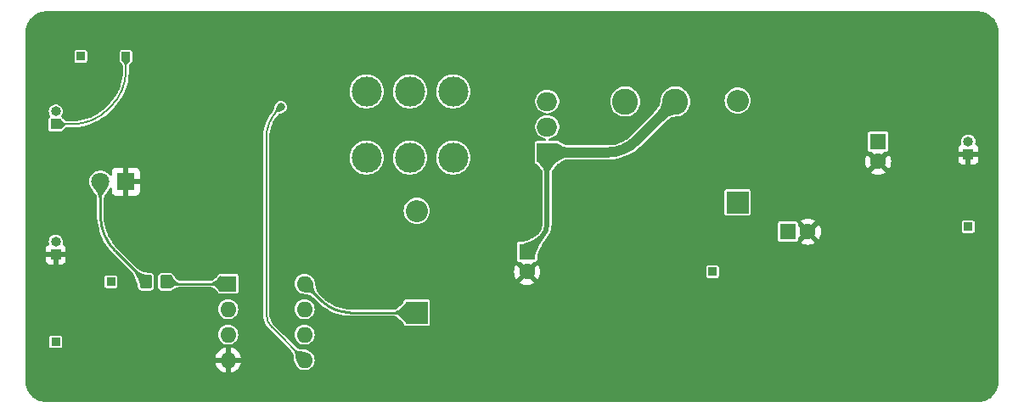
<source format=gbl>
G04 #@! TF.GenerationSoftware,KiCad,Pcbnew,7.0.10*
G04 #@! TF.CreationDate,2024-02-12T15:02:02-05:00*
G04 #@! TF.ProjectId,breakout_pcb,62726561-6b6f-4757-945f-7063622e6b69,rev?*
G04 #@! TF.SameCoordinates,Original*
G04 #@! TF.FileFunction,Copper,L2,Bot*
G04 #@! TF.FilePolarity,Positive*
%FSLAX46Y46*%
G04 Gerber Fmt 4.6, Leading zero omitted, Abs format (unit mm)*
G04 Created by KiCad (PCBNEW 7.0.10) date 2024-02-12 15:02:02*
%MOMM*%
%LPD*%
G01*
G04 APERTURE LIST*
G04 Aperture macros list*
%AMRoundRect*
0 Rectangle with rounded corners*
0 $1 Rounding radius*
0 $2 $3 $4 $5 $6 $7 $8 $9 X,Y pos of 4 corners*
0 Add a 4 corners polygon primitive as box body*
4,1,4,$2,$3,$4,$5,$6,$7,$8,$9,$2,$3,0*
0 Add four circle primitives for the rounded corners*
1,1,$1+$1,$2,$3*
1,1,$1+$1,$4,$5*
1,1,$1+$1,$6,$7*
1,1,$1+$1,$8,$9*
0 Add four rect primitives between the rounded corners*
20,1,$1+$1,$2,$3,$4,$5,0*
20,1,$1+$1,$4,$5,$6,$7,0*
20,1,$1+$1,$6,$7,$8,$9,0*
20,1,$1+$1,$8,$9,$2,$3,0*%
G04 Aperture macros list end*
G04 #@! TA.AperFunction,ComponentPad*
%ADD10R,0.850000X0.850000*%
G04 #@! TD*
G04 #@! TA.AperFunction,ComponentPad*
%ADD11R,1.600000X1.600000*%
G04 #@! TD*
G04 #@! TA.AperFunction,ComponentPad*
%ADD12O,1.600000X1.600000*%
G04 #@! TD*
G04 #@! TA.AperFunction,ComponentPad*
%ADD13C,3.000000*%
G04 #@! TD*
G04 #@! TA.AperFunction,ComponentPad*
%ADD14R,1.000000X1.000000*%
G04 #@! TD*
G04 #@! TA.AperFunction,ComponentPad*
%ADD15O,1.000000X1.000000*%
G04 #@! TD*
G04 #@! TA.AperFunction,ComponentPad*
%ADD16C,1.600000*%
G04 #@! TD*
G04 #@! TA.AperFunction,ComponentPad*
%ADD17R,2.200000X2.200000*%
G04 #@! TD*
G04 #@! TA.AperFunction,ComponentPad*
%ADD18O,2.200000X2.200000*%
G04 #@! TD*
G04 #@! TA.AperFunction,ComponentPad*
%ADD19C,2.600000*%
G04 #@! TD*
G04 #@! TA.AperFunction,ComponentPad*
%ADD20R,2.000000X1.905000*%
G04 #@! TD*
G04 #@! TA.AperFunction,ComponentPad*
%ADD21O,2.000000X1.905000*%
G04 #@! TD*
G04 #@! TA.AperFunction,ComponentPad*
%ADD22R,1.800000X1.800000*%
G04 #@! TD*
G04 #@! TA.AperFunction,ComponentPad*
%ADD23C,1.800000*%
G04 #@! TD*
G04 #@! TA.AperFunction,SMDPad,CuDef*
%ADD24RoundRect,0.250000X0.350000X0.450000X-0.350000X0.450000X-0.350000X-0.450000X0.350000X-0.450000X0*%
G04 #@! TD*
G04 #@! TA.AperFunction,ViaPad*
%ADD25C,0.800000*%
G04 #@! TD*
G04 #@! TA.AperFunction,Conductor*
%ADD26C,0.200000*%
G04 #@! TD*
G04 #@! TA.AperFunction,Conductor*
%ADD27C,0.500000*%
G04 #@! TD*
G04 #@! TA.AperFunction,Conductor*
%ADD28C,1.000000*%
G04 #@! TD*
G04 #@! TA.AperFunction,Conductor*
%ADD29C,0.250000*%
G04 #@! TD*
G04 APERTURE END LIST*
D10*
X190000000Y-61500000D03*
X101500000Y-44500000D03*
D11*
X116200000Y-67200000D03*
D12*
X116200000Y-69740000D03*
X116200000Y-72280000D03*
X116200000Y-74820000D03*
X123820000Y-74820000D03*
X123820000Y-72280000D03*
X123820000Y-69740000D03*
X123820000Y-67200000D03*
D13*
X138636000Y-54604000D03*
X134318000Y-54604000D03*
X138636000Y-48000000D03*
X134318000Y-48000000D03*
X130000000Y-54604000D03*
X130000000Y-48000000D03*
D14*
X190000000Y-54270000D03*
D15*
X190000000Y-53000000D03*
D10*
X106000000Y-44500000D03*
D11*
X181000000Y-53000000D03*
D16*
X181000000Y-55000000D03*
D17*
X167000000Y-59080000D03*
D18*
X167000000Y-48920000D03*
D10*
X104500000Y-67000000D03*
D14*
X99000000Y-51270000D03*
D15*
X99000000Y-50000000D03*
D19*
X160790000Y-49000000D03*
X155790000Y-49000000D03*
D20*
X148000000Y-54080000D03*
D21*
X148000000Y-51540000D03*
X148000000Y-49000000D03*
D11*
X146000000Y-64000000D03*
D16*
X146000000Y-66000000D03*
D10*
X164500000Y-66000000D03*
D17*
X135000000Y-70080000D03*
D18*
X135000000Y-59920000D03*
D10*
X99000000Y-73000000D03*
D22*
X106000000Y-57000000D03*
D23*
X103460000Y-57000000D03*
D14*
X99000000Y-64270000D03*
D15*
X99000000Y-63000000D03*
D11*
X172000000Y-62000000D03*
D16*
X174000000Y-62000000D03*
D24*
X110000000Y-67000000D03*
X108000000Y-67000000D03*
D25*
X121435584Y-49564416D03*
D26*
X100658932Y-51270000D02*
X99000000Y-51270000D01*
X104535534Y-49464466D02*
X104194466Y-49805534D01*
X106000000Y-44500000D02*
X106000000Y-45928932D01*
X104535518Y-49464450D02*
G75*
G03*
X106000000Y-45928932I-3535518J3535550D01*
G01*
X100658932Y-51270022D02*
G75*
G03*
X104194465Y-49805533I-32J5000022D01*
G01*
D27*
X147414213Y-62585787D02*
X146000000Y-64000000D01*
D28*
X156881573Y-52908427D02*
X160790000Y-49000000D01*
X148000000Y-54080000D02*
X154053146Y-54080000D01*
D27*
X148000000Y-54080000D02*
X148000000Y-61171573D01*
X147414227Y-62585801D02*
G75*
G03*
X148000000Y-61171573I-1414227J1414201D01*
G01*
D28*
X154053146Y-54080032D02*
G75*
G03*
X156881573Y-52908427I-46J4000032D01*
G01*
D26*
X120000000Y-70171573D02*
X120000000Y-52656854D01*
X123820000Y-74820000D02*
X120585786Y-71585786D01*
X121171573Y-49828427D02*
X121435584Y-49564416D01*
X120000020Y-70171573D02*
G75*
G03*
X120585787Y-71585785I1999980J-27D01*
G01*
X121171596Y-49828450D02*
G75*
G03*
X120000000Y-52656854I2828404J-2828450D01*
G01*
D29*
X135000000Y-70080000D02*
X128356854Y-70080000D01*
X125528427Y-68908427D02*
X123820000Y-67200000D01*
X125528450Y-68908404D02*
G75*
G03*
X128356854Y-70080000I2828450J2828404D01*
G01*
X103460000Y-60388932D02*
X103460000Y-57000000D01*
X108000000Y-67000000D02*
X104924466Y-63924466D01*
X103459978Y-60388932D02*
G75*
G03*
X104924467Y-63924465I5000022J32D01*
G01*
X110200000Y-67200000D02*
X110000000Y-67000000D01*
X116200000Y-67200000D02*
X110200000Y-67200000D01*
G04 #@! TA.AperFunction,Conductor*
G36*
X191004042Y-40000764D02*
G01*
X191083586Y-40005978D01*
X191083767Y-40005991D01*
X191261587Y-40018709D01*
X191276904Y-40020772D01*
X191388378Y-40042945D01*
X191390437Y-40043374D01*
X191530240Y-40073786D01*
X191543703Y-40077522D01*
X191657725Y-40116228D01*
X191661074Y-40117420D01*
X191788808Y-40165062D01*
X191800300Y-40170024D01*
X191910687Y-40224461D01*
X191915187Y-40226798D01*
X192032478Y-40290844D01*
X192041942Y-40296574D01*
X192145269Y-40365615D01*
X192150688Y-40369450D01*
X192256727Y-40448830D01*
X192264145Y-40454844D01*
X192357976Y-40537131D01*
X192363898Y-40542678D01*
X192457320Y-40636100D01*
X192462867Y-40642022D01*
X192545150Y-40735848D01*
X192551173Y-40743278D01*
X192588691Y-40793396D01*
X192630548Y-40849310D01*
X192634383Y-40854729D01*
X192703424Y-40958056D01*
X192709154Y-40967520D01*
X192773183Y-41084779D01*
X192775564Y-41089363D01*
X192829969Y-41199687D01*
X192834938Y-41211196D01*
X192882556Y-41338863D01*
X192883793Y-41342338D01*
X192922470Y-41456276D01*
X192926217Y-41469777D01*
X192956613Y-41609508D01*
X192957064Y-41611675D01*
X192979224Y-41723080D01*
X192981291Y-41738425D01*
X192993995Y-41916046D01*
X192994045Y-41916781D01*
X192999234Y-41995941D01*
X192999500Y-42004052D01*
X192999500Y-76995947D01*
X192999234Y-77004058D01*
X192994045Y-77083217D01*
X192993995Y-77083952D01*
X192981291Y-77261573D01*
X192979224Y-77276918D01*
X192957064Y-77388323D01*
X192956613Y-77390490D01*
X192926217Y-77530221D01*
X192922470Y-77543722D01*
X192883793Y-77657660D01*
X192882556Y-77661135D01*
X192834938Y-77788802D01*
X192829969Y-77800311D01*
X192775564Y-77910635D01*
X192773183Y-77915219D01*
X192709154Y-78032478D01*
X192703424Y-78041942D01*
X192634383Y-78145269D01*
X192630548Y-78150688D01*
X192551181Y-78256711D01*
X192545142Y-78264160D01*
X192462867Y-78357976D01*
X192457320Y-78363898D01*
X192363898Y-78457320D01*
X192357976Y-78462867D01*
X192264160Y-78545142D01*
X192256711Y-78551181D01*
X192150688Y-78630548D01*
X192145269Y-78634383D01*
X192041942Y-78703424D01*
X192032478Y-78709154D01*
X191915219Y-78773183D01*
X191910635Y-78775564D01*
X191800311Y-78829969D01*
X191788802Y-78834938D01*
X191661135Y-78882556D01*
X191657660Y-78883793D01*
X191543722Y-78922470D01*
X191530221Y-78926217D01*
X191390490Y-78956613D01*
X191388323Y-78957064D01*
X191276918Y-78979224D01*
X191261573Y-78981291D01*
X191083952Y-78993995D01*
X191083217Y-78994045D01*
X191004058Y-78999234D01*
X190995947Y-78999500D01*
X98004053Y-78999500D01*
X97995942Y-78999234D01*
X97916781Y-78994045D01*
X97916046Y-78993995D01*
X97738425Y-78981291D01*
X97723080Y-78979224D01*
X97611675Y-78957064D01*
X97609508Y-78956613D01*
X97469777Y-78926217D01*
X97456276Y-78922470D01*
X97342338Y-78883793D01*
X97338863Y-78882556D01*
X97211196Y-78834938D01*
X97199687Y-78829969D01*
X97134947Y-78798043D01*
X97089348Y-78775556D01*
X97084779Y-78773183D01*
X96967520Y-78709154D01*
X96958056Y-78703424D01*
X96854729Y-78634383D01*
X96849310Y-78630548D01*
X96793396Y-78588691D01*
X96743278Y-78551173D01*
X96735848Y-78545150D01*
X96642022Y-78462867D01*
X96636100Y-78457320D01*
X96542678Y-78363898D01*
X96537131Y-78357976D01*
X96505450Y-78321851D01*
X96454844Y-78264145D01*
X96448830Y-78256727D01*
X96369450Y-78150688D01*
X96365615Y-78145269D01*
X96296574Y-78041942D01*
X96290844Y-78032478D01*
X96226798Y-77915187D01*
X96224461Y-77910687D01*
X96170024Y-77800300D01*
X96165060Y-77788802D01*
X96117420Y-77661074D01*
X96116228Y-77657725D01*
X96077522Y-77543703D01*
X96073786Y-77530240D01*
X96043374Y-77390437D01*
X96042945Y-77388378D01*
X96020772Y-77276904D01*
X96018709Y-77261587D01*
X96005991Y-77083767D01*
X96005978Y-77083586D01*
X96000765Y-77004043D01*
X96000500Y-76995934D01*
X96000500Y-74569999D01*
X114921127Y-74569999D01*
X114921128Y-74570000D01*
X115884314Y-74570000D01*
X115872359Y-74581955D01*
X115814835Y-74694852D01*
X115795014Y-74820000D01*
X115814835Y-74945148D01*
X115872359Y-75058045D01*
X115884314Y-75070000D01*
X114921128Y-75070000D01*
X114973730Y-75266317D01*
X114973734Y-75266326D01*
X115069865Y-75472482D01*
X115200342Y-75658820D01*
X115361179Y-75819657D01*
X115547517Y-75950134D01*
X115753673Y-76046265D01*
X115753682Y-76046269D01*
X115949999Y-76098872D01*
X115950000Y-76098871D01*
X115950000Y-75135686D01*
X115961955Y-75147641D01*
X116074852Y-75205165D01*
X116168519Y-75220000D01*
X116231481Y-75220000D01*
X116325148Y-75205165D01*
X116438045Y-75147641D01*
X116450000Y-75135686D01*
X116450000Y-76098872D01*
X116646317Y-76046269D01*
X116646326Y-76046265D01*
X116852482Y-75950134D01*
X117038820Y-75819657D01*
X117199657Y-75658820D01*
X117330134Y-75472482D01*
X117426265Y-75266326D01*
X117426269Y-75266317D01*
X117478872Y-75070000D01*
X116515686Y-75070000D01*
X116527641Y-75058045D01*
X116585165Y-74945148D01*
X116604986Y-74820000D01*
X116585165Y-74694852D01*
X116527641Y-74581955D01*
X116515686Y-74570000D01*
X117478872Y-74570000D01*
X117478872Y-74569999D01*
X117426269Y-74373682D01*
X117426265Y-74373673D01*
X117330134Y-74167517D01*
X117199657Y-73981179D01*
X117038820Y-73820342D01*
X116852482Y-73689865D01*
X116646328Y-73593734D01*
X116450000Y-73541127D01*
X116450000Y-74504314D01*
X116438045Y-74492359D01*
X116325148Y-74434835D01*
X116231481Y-74420000D01*
X116168519Y-74420000D01*
X116074852Y-74434835D01*
X115961955Y-74492359D01*
X115950000Y-74504314D01*
X115950000Y-73541127D01*
X115753671Y-73593734D01*
X115547517Y-73689865D01*
X115361179Y-73820342D01*
X115200342Y-73981179D01*
X115069865Y-74167517D01*
X114973734Y-74373673D01*
X114973730Y-74373682D01*
X114921127Y-74569999D01*
X96000500Y-74569999D01*
X96000500Y-73444752D01*
X98374500Y-73444752D01*
X98386131Y-73503229D01*
X98386132Y-73503230D01*
X98430447Y-73569552D01*
X98496769Y-73613867D01*
X98496770Y-73613868D01*
X98555247Y-73625499D01*
X98555250Y-73625500D01*
X98555252Y-73625500D01*
X99444750Y-73625500D01*
X99444751Y-73625499D01*
X99459568Y-73622552D01*
X99503229Y-73613868D01*
X99503229Y-73613867D01*
X99503231Y-73613867D01*
X99569552Y-73569552D01*
X99613867Y-73503231D01*
X99613867Y-73503229D01*
X99613868Y-73503229D01*
X99625499Y-73444752D01*
X99625500Y-73444750D01*
X99625500Y-72555249D01*
X99625499Y-72555247D01*
X99613868Y-72496770D01*
X99613867Y-72496769D01*
X99569552Y-72430447D01*
X99503230Y-72386132D01*
X99503229Y-72386131D01*
X99444752Y-72374500D01*
X99444748Y-72374500D01*
X98555252Y-72374500D01*
X98555247Y-72374500D01*
X98496770Y-72386131D01*
X98496769Y-72386132D01*
X98430447Y-72430447D01*
X98386132Y-72496769D01*
X98386131Y-72496770D01*
X98374500Y-72555247D01*
X98374500Y-73444752D01*
X96000500Y-73444752D01*
X96000500Y-72280000D01*
X115194659Y-72280000D01*
X115213975Y-72476129D01*
X115271188Y-72664733D01*
X115364086Y-72838532D01*
X115364090Y-72838539D01*
X115489116Y-72990883D01*
X115641460Y-73115909D01*
X115641467Y-73115913D01*
X115815266Y-73208811D01*
X115815269Y-73208811D01*
X115815273Y-73208814D01*
X116003868Y-73266024D01*
X116200000Y-73285341D01*
X116396132Y-73266024D01*
X116584727Y-73208814D01*
X116758538Y-73115910D01*
X116910883Y-72990883D01*
X117035910Y-72838538D01*
X117128814Y-72664727D01*
X117186024Y-72476132D01*
X117205341Y-72280000D01*
X117186024Y-72083868D01*
X117128814Y-71895273D01*
X117128811Y-71895269D01*
X117128811Y-71895266D01*
X117035913Y-71721467D01*
X117035909Y-71721460D01*
X116910883Y-71569116D01*
X116758539Y-71444090D01*
X116758532Y-71444086D01*
X116584733Y-71351188D01*
X116584727Y-71351186D01*
X116396132Y-71293976D01*
X116396129Y-71293975D01*
X116200000Y-71274659D01*
X116003870Y-71293975D01*
X115815266Y-71351188D01*
X115641467Y-71444086D01*
X115641460Y-71444090D01*
X115489116Y-71569116D01*
X115364090Y-71721460D01*
X115364086Y-71721467D01*
X115271188Y-71895266D01*
X115213975Y-72083870D01*
X115194659Y-72280000D01*
X96000500Y-72280000D01*
X96000500Y-69740000D01*
X115194659Y-69740000D01*
X115213975Y-69936129D01*
X115271188Y-70124733D01*
X115364086Y-70298532D01*
X115364090Y-70298539D01*
X115489116Y-70450883D01*
X115641460Y-70575909D01*
X115641467Y-70575913D01*
X115815266Y-70668811D01*
X115815269Y-70668811D01*
X115815273Y-70668814D01*
X116003868Y-70726024D01*
X116200000Y-70745341D01*
X116396132Y-70726024D01*
X116584727Y-70668814D01*
X116758538Y-70575910D01*
X116910883Y-70450883D01*
X117035910Y-70298538D01*
X117128814Y-70124727D01*
X117186024Y-69936132D01*
X117205341Y-69740000D01*
X117186024Y-69543868D01*
X117128814Y-69355273D01*
X117128811Y-69355269D01*
X117128811Y-69355266D01*
X117035913Y-69181467D01*
X117035909Y-69181460D01*
X116910883Y-69029116D01*
X116758539Y-68904090D01*
X116758532Y-68904086D01*
X116584733Y-68811188D01*
X116584727Y-68811186D01*
X116396132Y-68753976D01*
X116396129Y-68753975D01*
X116200000Y-68734659D01*
X116003870Y-68753975D01*
X115815266Y-68811188D01*
X115641467Y-68904086D01*
X115641460Y-68904090D01*
X115489116Y-69029116D01*
X115364090Y-69181460D01*
X115364086Y-69181467D01*
X115271188Y-69355266D01*
X115213975Y-69543870D01*
X115194659Y-69740000D01*
X96000500Y-69740000D01*
X96000500Y-67444752D01*
X103874500Y-67444752D01*
X103886131Y-67503229D01*
X103886132Y-67503230D01*
X103930447Y-67569552D01*
X103996769Y-67613867D01*
X103996770Y-67613868D01*
X104055247Y-67625499D01*
X104055250Y-67625500D01*
X104055252Y-67625500D01*
X104944750Y-67625500D01*
X104944751Y-67625499D01*
X104959568Y-67622552D01*
X105003229Y-67613868D01*
X105003229Y-67613867D01*
X105003231Y-67613867D01*
X105069552Y-67569552D01*
X105113867Y-67503231D01*
X105113867Y-67503229D01*
X105113868Y-67503229D01*
X105125499Y-67444752D01*
X105125500Y-67444750D01*
X105125500Y-66555249D01*
X105125499Y-66555247D01*
X105113868Y-66496770D01*
X105113867Y-66496769D01*
X105069552Y-66430447D01*
X105003230Y-66386132D01*
X105003229Y-66386131D01*
X104944752Y-66374500D01*
X104944748Y-66374500D01*
X104055252Y-66374500D01*
X104055247Y-66374500D01*
X103996770Y-66386131D01*
X103996769Y-66386132D01*
X103930447Y-66430447D01*
X103886132Y-66496769D01*
X103886131Y-66496770D01*
X103874500Y-66555247D01*
X103874500Y-67444752D01*
X96000500Y-67444752D01*
X96000500Y-64520000D01*
X98000000Y-64520000D01*
X98000000Y-64817844D01*
X98006401Y-64877372D01*
X98006403Y-64877379D01*
X98056645Y-65012086D01*
X98056649Y-65012093D01*
X98142809Y-65127187D01*
X98142812Y-65127190D01*
X98257906Y-65213350D01*
X98257913Y-65213354D01*
X98392620Y-65263596D01*
X98392627Y-65263598D01*
X98452155Y-65269999D01*
X98452172Y-65270000D01*
X98750000Y-65270000D01*
X98750000Y-64520000D01*
X98000000Y-64520000D01*
X96000500Y-64520000D01*
X96000500Y-64020000D01*
X98000000Y-64020000D01*
X98785517Y-64020000D01*
X98714199Y-64104993D01*
X98675000Y-64212694D01*
X98675000Y-64327306D01*
X98714199Y-64435007D01*
X98787871Y-64522805D01*
X98887129Y-64580112D01*
X98971564Y-64595000D01*
X99028436Y-64595000D01*
X99112871Y-64580112D01*
X99212129Y-64522805D01*
X99214483Y-64520000D01*
X99250000Y-64520000D01*
X99250000Y-65270000D01*
X99547828Y-65270000D01*
X99547844Y-65269999D01*
X99607372Y-65263598D01*
X99607379Y-65263596D01*
X99742086Y-65213354D01*
X99742093Y-65213350D01*
X99857187Y-65127190D01*
X99857190Y-65127187D01*
X99943350Y-65012093D01*
X99943354Y-65012086D01*
X99993596Y-64877379D01*
X99993598Y-64877372D01*
X99999999Y-64817844D01*
X100000000Y-64817827D01*
X100000000Y-64520000D01*
X99250000Y-64520000D01*
X99214483Y-64520000D01*
X99285801Y-64435007D01*
X99325000Y-64327306D01*
X99325000Y-64212694D01*
X99285801Y-64104993D01*
X99214483Y-64020000D01*
X100000000Y-64020000D01*
X100000000Y-63722172D01*
X99999999Y-63722155D01*
X99993598Y-63662627D01*
X99993596Y-63662620D01*
X99943354Y-63527913D01*
X99943350Y-63527906D01*
X99857190Y-63412812D01*
X99857187Y-63412809D01*
X99742093Y-63326649D01*
X99740166Y-63325597D01*
X99738612Y-63324043D01*
X99734989Y-63321331D01*
X99735379Y-63320809D01*
X99690761Y-63276191D01*
X99675910Y-63207918D01*
X99683654Y-63172789D01*
X99685140Y-63168872D01*
X99705645Y-63000000D01*
X99685140Y-62831128D01*
X99676005Y-62807042D01*
X99663231Y-62773358D01*
X99624818Y-62672070D01*
X99623377Y-62669983D01*
X99569440Y-62591842D01*
X99528183Y-62532071D01*
X99400852Y-62419266D01*
X99400849Y-62419263D01*
X99250226Y-62340210D01*
X99085056Y-62299500D01*
X98914944Y-62299500D01*
X98749773Y-62340210D01*
X98599150Y-62419263D01*
X98471816Y-62532072D01*
X98375182Y-62672068D01*
X98314860Y-62831125D01*
X98314859Y-62831130D01*
X98294355Y-63000000D01*
X98314859Y-63168869D01*
X98314860Y-63168873D01*
X98316349Y-63172798D01*
X98316585Y-63175871D01*
X98316655Y-63176153D01*
X98316608Y-63176164D01*
X98321713Y-63242462D01*
X98288563Y-63303967D01*
X98259846Y-63325589D01*
X98257921Y-63326640D01*
X98142809Y-63412813D01*
X98056649Y-63527906D01*
X98056645Y-63527913D01*
X98006403Y-63662620D01*
X98006401Y-63662627D01*
X98000000Y-63722155D01*
X98000000Y-64020000D01*
X96000500Y-64020000D01*
X96000500Y-57000000D01*
X102354785Y-57000000D01*
X102373602Y-57203082D01*
X102373603Y-57203084D01*
X102429413Y-57399238D01*
X102429422Y-57399259D01*
X102444431Y-57429403D01*
X102452124Y-57448786D01*
X102453239Y-57452475D01*
X102453241Y-57452480D01*
X102492911Y-57526872D01*
X102494496Y-57529946D01*
X102520328Y-57581824D01*
X102520878Y-57582552D01*
X102531333Y-57598925D01*
X102639045Y-57800915D01*
X102648278Y-57816528D01*
X102649410Y-57818262D01*
X102660007Y-57833029D01*
X102797208Y-58007379D01*
X102849441Y-58073755D01*
X102850146Y-58074646D01*
X102903828Y-58142093D01*
X102989112Y-58249246D01*
X103005098Y-58275424D01*
X103082585Y-58446980D01*
X103092806Y-58484206D01*
X103129612Y-58812497D01*
X103129666Y-58812683D01*
X103129706Y-58812971D01*
X103130630Y-58817625D01*
X103130370Y-58817676D01*
X103134500Y-58846969D01*
X103134500Y-60337549D01*
X103134478Y-60337623D01*
X103134478Y-60598167D01*
X103134479Y-60598178D01*
X103165852Y-60996770D01*
X103167315Y-61015363D01*
X103232783Y-61428690D01*
X103315543Y-61773400D01*
X103330476Y-61835601D01*
X103330478Y-61835611D01*
X103459799Y-62233611D01*
X103459801Y-62233616D01*
X103619945Y-62620231D01*
X103809922Y-62993076D01*
X103809938Y-62993105D01*
X104028582Y-63349896D01*
X104028587Y-63349903D01*
X104028589Y-63349906D01*
X104274566Y-63688462D01*
X104418012Y-63856414D01*
X104546343Y-64006670D01*
X104674168Y-64134494D01*
X106733623Y-66193949D01*
X106754431Y-66221579D01*
X106831677Y-66361133D01*
X106835180Y-66367950D01*
X106899483Y-66503231D01*
X106923240Y-66553209D01*
X106925717Y-66558768D01*
X107015983Y-66775497D01*
X107017785Y-66780079D01*
X107109538Y-67027644D01*
X107110885Y-67031470D01*
X107193118Y-67277786D01*
X107199500Y-67317053D01*
X107199500Y-67504269D01*
X107202353Y-67534699D01*
X107202353Y-67534701D01*
X107242007Y-67648022D01*
X107247207Y-67662882D01*
X107327850Y-67772150D01*
X107437118Y-67852793D01*
X107479057Y-67867468D01*
X107565299Y-67897646D01*
X107595730Y-67900500D01*
X107595734Y-67900500D01*
X108404270Y-67900500D01*
X108434699Y-67897646D01*
X108434701Y-67897646D01*
X108509720Y-67871395D01*
X108562882Y-67852793D01*
X108672150Y-67772150D01*
X108752793Y-67662882D01*
X108778890Y-67588300D01*
X108797646Y-67534701D01*
X108797646Y-67534699D01*
X108800500Y-67504269D01*
X109199500Y-67504269D01*
X109202353Y-67534699D01*
X109202353Y-67534701D01*
X109242007Y-67648022D01*
X109247207Y-67662882D01*
X109327850Y-67772150D01*
X109437118Y-67852793D01*
X109479057Y-67867468D01*
X109565299Y-67897646D01*
X109595730Y-67900500D01*
X109595734Y-67900500D01*
X110404270Y-67900500D01*
X110434693Y-67897647D01*
X110434694Y-67897646D01*
X110434699Y-67897646D01*
X110509756Y-67871381D01*
X110512869Y-67870386D01*
X110516498Y-67869023D01*
X110562882Y-67852793D01*
X110672150Y-67772150D01*
X110679921Y-67761619D01*
X110702012Y-67738598D01*
X110711233Y-67731188D01*
X110722208Y-67723314D01*
X110840278Y-67648014D01*
X110854002Y-67640439D01*
X110964498Y-67588295D01*
X110981116Y-67581871D01*
X111084373Y-67550269D01*
X111103436Y-67546043D01*
X111218451Y-67529922D01*
X111218457Y-67529919D01*
X111218464Y-67529919D01*
X111223346Y-67528828D01*
X111223548Y-67529735D01*
X111251499Y-67525500D01*
X114518024Y-67525500D01*
X114569022Y-67536473D01*
X114642331Y-67569552D01*
X114652796Y-67574274D01*
X114669190Y-67583214D01*
X114790827Y-67661973D01*
X114803390Y-67671282D01*
X114922937Y-67772150D01*
X114934349Y-67781779D01*
X114943769Y-67790606D01*
X115082082Y-67934453D01*
X115089106Y-67942414D01*
X115232046Y-68119126D01*
X115239075Y-68127362D01*
X115244514Y-68133405D01*
X115244384Y-68133521D01*
X115246632Y-68136102D01*
X115246816Y-68135919D01*
X115255450Y-68144554D01*
X115321769Y-68188867D01*
X115321770Y-68188868D01*
X115380247Y-68200499D01*
X115380250Y-68200500D01*
X115380252Y-68200500D01*
X117019750Y-68200500D01*
X117019751Y-68200499D01*
X117034568Y-68197552D01*
X117078229Y-68188868D01*
X117078229Y-68188867D01*
X117078231Y-68188867D01*
X117144552Y-68144552D01*
X117188867Y-68078231D01*
X117188867Y-68078229D01*
X117188868Y-68078229D01*
X117200499Y-68019752D01*
X117200500Y-68019750D01*
X117200500Y-66380249D01*
X117200499Y-66380247D01*
X117188868Y-66321770D01*
X117188867Y-66321769D01*
X117144552Y-66255447D01*
X117078230Y-66211132D01*
X117078229Y-66211131D01*
X117019752Y-66199500D01*
X117019748Y-66199500D01*
X115380252Y-66199500D01*
X115380249Y-66199500D01*
X115321771Y-66211131D01*
X115301159Y-66224904D01*
X115295467Y-66228343D01*
X115290083Y-66231996D01*
X115286177Y-66234913D01*
X115255451Y-66255445D01*
X115251904Y-66258992D01*
X115236222Y-66276417D01*
X115236332Y-66276525D01*
X115233969Y-66278921D01*
X115232726Y-66280303D01*
X115232061Y-66280856D01*
X115232056Y-66280861D01*
X115089108Y-66457581D01*
X115082084Y-66465542D01*
X114943768Y-66609392D01*
X114934348Y-66618219D01*
X114803393Y-66728713D01*
X114790824Y-66738027D01*
X114669197Y-66816780D01*
X114652803Y-66825720D01*
X114569020Y-66863526D01*
X114518019Y-66874500D01*
X111292676Y-66874500D01*
X111233661Y-66859556D01*
X111196697Y-66839553D01*
X111181397Y-66829761D01*
X111108916Y-66775497D01*
X111094260Y-66764524D01*
X111082889Y-66754892D01*
X110986504Y-66662728D01*
X110978157Y-66653925D01*
X110953731Y-66625499D01*
X110874847Y-66533698D01*
X110868724Y-66525969D01*
X110783685Y-66409355D01*
X110766835Y-66377249D01*
X110752794Y-66337120D01*
X110752793Y-66337118D01*
X110711274Y-66280862D01*
X110672150Y-66227850D01*
X110562882Y-66147207D01*
X110562880Y-66147206D01*
X110434700Y-66102353D01*
X110404270Y-66099500D01*
X110404266Y-66099500D01*
X109595734Y-66099500D01*
X109595730Y-66099500D01*
X109565300Y-66102353D01*
X109565298Y-66102353D01*
X109437119Y-66147206D01*
X109437117Y-66147207D01*
X109327850Y-66227850D01*
X109247207Y-66337117D01*
X109247206Y-66337119D01*
X109202353Y-66465298D01*
X109202353Y-66465300D01*
X109199500Y-66495730D01*
X109199500Y-67504269D01*
X108800500Y-67504269D01*
X108800500Y-66495730D01*
X108797646Y-66465300D01*
X108797646Y-66465298D01*
X108758544Y-66353553D01*
X108752793Y-66337118D01*
X108672150Y-66227850D01*
X108562882Y-66147207D01*
X108562880Y-66147206D01*
X108434700Y-66102353D01*
X108404270Y-66099500D01*
X108404266Y-66099500D01*
X108189868Y-66099500D01*
X108159812Y-66095172D01*
X108159791Y-66095283D01*
X108157318Y-66094813D01*
X108154881Y-66094462D01*
X108153803Y-66094145D01*
X108153802Y-66094144D01*
X108153799Y-66094144D01*
X107978382Y-66078378D01*
X107962212Y-66075840D01*
X107793301Y-66037761D01*
X107778468Y-66033431D01*
X107605304Y-65970922D01*
X107592259Y-65965350D01*
X107414119Y-65876895D01*
X107403013Y-65870649D01*
X107218873Y-65754255D01*
X107197446Y-65737120D01*
X105156561Y-63696235D01*
X105152844Y-63692353D01*
X104882771Y-63397623D01*
X104875823Y-63389342D01*
X104845562Y-63349906D01*
X104634166Y-63074412D01*
X104627962Y-63065552D01*
X104579108Y-62988867D01*
X104414657Y-62730735D01*
X104409261Y-62721388D01*
X104225956Y-62369265D01*
X104221384Y-62359462D01*
X104221109Y-62358798D01*
X104069461Y-61992693D01*
X104065767Y-61982543D01*
X104053851Y-61944752D01*
X103946391Y-61603939D01*
X103943593Y-61593496D01*
X103941200Y-61582702D01*
X103857666Y-61205917D01*
X103855793Y-61195290D01*
X103803972Y-60801691D01*
X103803032Y-60790949D01*
X103785618Y-60392135D01*
X103785500Y-60386726D01*
X103785500Y-58847105D01*
X103789921Y-58818630D01*
X103789117Y-58818459D01*
X103790385Y-58812504D01*
X103790385Y-58812501D01*
X103790386Y-58812499D01*
X103827189Y-58484211D01*
X103837409Y-58446990D01*
X103914904Y-58275416D01*
X103930888Y-58249240D01*
X104069812Y-58074697D01*
X104070517Y-58073806D01*
X104259987Y-57833033D01*
X104270589Y-57818260D01*
X104271718Y-57816530D01*
X104280952Y-57800915D01*
X104366585Y-57640328D01*
X104415498Y-57590437D01*
X104483620Y-57574909D01*
X104549324Y-57598677D01*
X104591747Y-57654193D01*
X104600000Y-57698675D01*
X104600000Y-57947844D01*
X104606401Y-58007372D01*
X104606403Y-58007379D01*
X104656645Y-58142086D01*
X104656649Y-58142093D01*
X104742809Y-58257187D01*
X104742812Y-58257190D01*
X104857906Y-58343350D01*
X104857913Y-58343354D01*
X104992620Y-58393596D01*
X104992627Y-58393598D01*
X105052155Y-58399999D01*
X105052172Y-58400000D01*
X105750000Y-58400000D01*
X105750000Y-57374189D01*
X105802547Y-57410016D01*
X105932173Y-57450000D01*
X106033724Y-57450000D01*
X106134138Y-57434865D01*
X106250000Y-57379068D01*
X106250000Y-58400000D01*
X106947828Y-58400000D01*
X106947844Y-58399999D01*
X107007372Y-58393598D01*
X107007379Y-58393596D01*
X107142086Y-58343354D01*
X107142093Y-58343350D01*
X107257187Y-58257190D01*
X107257190Y-58257187D01*
X107343350Y-58142093D01*
X107343354Y-58142086D01*
X107393596Y-58007379D01*
X107393598Y-58007372D01*
X107399999Y-57947844D01*
X107400000Y-57947827D01*
X107400000Y-57250000D01*
X106375278Y-57250000D01*
X106423625Y-57166260D01*
X106453810Y-57034008D01*
X106443673Y-56898735D01*
X106394113Y-56772459D01*
X106376203Y-56750000D01*
X107400000Y-56750000D01*
X107400000Y-56052172D01*
X107399999Y-56052155D01*
X107393598Y-55992627D01*
X107393596Y-55992620D01*
X107343354Y-55857913D01*
X107343350Y-55857906D01*
X107257190Y-55742812D01*
X107257187Y-55742809D01*
X107142093Y-55656649D01*
X107142086Y-55656645D01*
X107007379Y-55606403D01*
X107007372Y-55606401D01*
X106947844Y-55600000D01*
X106250000Y-55600000D01*
X106250000Y-56625810D01*
X106197453Y-56589984D01*
X106067827Y-56550000D01*
X105966276Y-56550000D01*
X105865862Y-56565135D01*
X105750000Y-56620931D01*
X105750000Y-55600000D01*
X105052155Y-55600000D01*
X104992627Y-55606401D01*
X104992620Y-55606403D01*
X104857913Y-55656645D01*
X104857906Y-55656649D01*
X104742812Y-55742809D01*
X104742809Y-55742812D01*
X104656649Y-55857906D01*
X104656645Y-55857913D01*
X104606403Y-55992620D01*
X104606401Y-55992627D01*
X104600000Y-56052155D01*
X104600000Y-56313488D01*
X104580315Y-56380527D01*
X104527511Y-56426282D01*
X104458353Y-56436226D01*
X104394797Y-56407201D01*
X104377046Y-56388215D01*
X104285140Y-56266513D01*
X104276764Y-56255421D01*
X104126041Y-56118019D01*
X104126039Y-56118017D01*
X103952642Y-56010655D01*
X103952635Y-56010651D01*
X103857546Y-55973814D01*
X103762456Y-55936976D01*
X103561976Y-55899500D01*
X103358024Y-55899500D01*
X103157544Y-55936976D01*
X103157541Y-55936976D01*
X103157541Y-55936977D01*
X102967364Y-56010651D01*
X102967357Y-56010655D01*
X102793960Y-56118017D01*
X102793958Y-56118019D01*
X102643237Y-56255418D01*
X102520327Y-56418178D01*
X102429422Y-56600739D01*
X102429417Y-56600752D01*
X102373602Y-56796917D01*
X102354785Y-56999999D01*
X102354785Y-57000000D01*
X96000500Y-57000000D01*
X96000500Y-52714432D01*
X119699499Y-52714432D01*
X119699500Y-52714445D01*
X119699500Y-70204811D01*
X119699518Y-70205231D01*
X119699518Y-70300769D01*
X119728443Y-70557512D01*
X119728447Y-70557539D01*
X119785935Y-70809421D01*
X119785940Y-70809436D01*
X119871272Y-71053315D01*
X119871273Y-71053316D01*
X119983381Y-71286118D01*
X119983382Y-71286119D01*
X120120844Y-71504893D01*
X120120850Y-71504902D01*
X120281946Y-71706914D01*
X120326507Y-71751476D01*
X120326520Y-71751491D01*
X120373296Y-71798267D01*
X120373297Y-71798269D01*
X120414016Y-71838988D01*
X120414022Y-71838993D01*
X122442467Y-73867438D01*
X122459384Y-73890639D01*
X122460144Y-73890150D01*
X122463448Y-73895273D01*
X122463450Y-73895277D01*
X122633198Y-74109117D01*
X122641498Y-74119572D01*
X122660806Y-74153999D01*
X122714555Y-74300663D01*
X122721496Y-74330837D01*
X122732027Y-74434835D01*
X122741117Y-74524591D01*
X122741310Y-74526416D01*
X122747436Y-74581955D01*
X122771316Y-74798464D01*
X122771317Y-74798470D01*
X122774206Y-74816917D01*
X122774210Y-74816937D01*
X122774632Y-74819010D01*
X122779241Y-74837309D01*
X122811734Y-74945148D01*
X122880411Y-75173077D01*
X122883572Y-75182703D01*
X122883955Y-75183779D01*
X122883956Y-75183781D01*
X122886258Y-75190248D01*
X122886127Y-75190294D01*
X122889134Y-75197962D01*
X122891187Y-75204730D01*
X122984086Y-75378532D01*
X122984090Y-75378539D01*
X123109116Y-75530883D01*
X123261460Y-75655909D01*
X123261467Y-75655913D01*
X123435266Y-75748811D01*
X123435269Y-75748811D01*
X123435273Y-75748814D01*
X123623868Y-75806024D01*
X123820000Y-75825341D01*
X124016132Y-75806024D01*
X124204727Y-75748814D01*
X124378538Y-75655910D01*
X124530883Y-75530883D01*
X124655910Y-75378538D01*
X124715893Y-75266317D01*
X124748811Y-75204733D01*
X124748812Y-75204730D01*
X124748814Y-75204727D01*
X124806024Y-75016132D01*
X124825341Y-74820000D01*
X124806024Y-74623868D01*
X124748814Y-74435273D01*
X124748811Y-74435269D01*
X124748811Y-74435266D01*
X124655913Y-74261467D01*
X124655909Y-74261460D01*
X124530883Y-74109116D01*
X124378539Y-73984090D01*
X124378532Y-73984086D01*
X124204734Y-73891189D01*
X124204727Y-73891186D01*
X124189584Y-73886592D01*
X124178354Y-73882586D01*
X124173067Y-73880408D01*
X123837309Y-73779241D01*
X123828419Y-73777002D01*
X123819023Y-73774635D01*
X123819017Y-73774633D01*
X123819010Y-73774632D01*
X123816923Y-73774207D01*
X123798471Y-73771317D01*
X123798465Y-73771316D01*
X123798456Y-73771315D01*
X123526521Y-73741321D01*
X123526466Y-73741315D01*
X123526419Y-73741310D01*
X123524651Y-73741123D01*
X123330841Y-73721497D01*
X123300666Y-73714556D01*
X123154000Y-73660807D01*
X123119573Y-73641499D01*
X123099418Y-73625500D01*
X122945390Y-73503230D01*
X122895280Y-73463452D01*
X122890941Y-73460565D01*
X122891122Y-73460292D01*
X122867569Y-73442598D01*
X121704971Y-72280000D01*
X122814659Y-72280000D01*
X122833975Y-72476129D01*
X122891188Y-72664733D01*
X122984086Y-72838532D01*
X122984090Y-72838539D01*
X123109116Y-72990883D01*
X123261460Y-73115909D01*
X123261467Y-73115913D01*
X123435266Y-73208811D01*
X123435269Y-73208811D01*
X123435273Y-73208814D01*
X123623868Y-73266024D01*
X123820000Y-73285341D01*
X124016132Y-73266024D01*
X124204727Y-73208814D01*
X124378538Y-73115910D01*
X124530883Y-72990883D01*
X124655910Y-72838538D01*
X124748814Y-72664727D01*
X124806024Y-72476132D01*
X124825341Y-72280000D01*
X124806024Y-72083868D01*
X124748814Y-71895273D01*
X124748811Y-71895269D01*
X124748811Y-71895266D01*
X124655913Y-71721467D01*
X124655909Y-71721460D01*
X124530883Y-71569116D01*
X124378539Y-71444090D01*
X124378532Y-71444086D01*
X124204733Y-71351188D01*
X124204727Y-71351186D01*
X124016132Y-71293976D01*
X124016129Y-71293975D01*
X123820000Y-71274659D01*
X123623870Y-71293975D01*
X123435266Y-71351188D01*
X123261467Y-71444086D01*
X123261460Y-71444090D01*
X123109116Y-71569116D01*
X122984090Y-71721460D01*
X122984086Y-71721467D01*
X122891188Y-71895266D01*
X122833975Y-72083870D01*
X122814659Y-72280000D01*
X121704971Y-72280000D01*
X120801157Y-71376186D01*
X120795609Y-71370263D01*
X120728708Y-71293976D01*
X120657053Y-71212267D01*
X120647187Y-71199408D01*
X120590177Y-71114084D01*
X120532714Y-71028082D01*
X120524604Y-71014035D01*
X120433473Y-70829234D01*
X120427266Y-70814250D01*
X120425632Y-70809436D01*
X120361031Y-70619121D01*
X120356839Y-70603478D01*
X120316640Y-70401369D01*
X120314524Y-70385301D01*
X120300765Y-70175315D01*
X120300500Y-70167205D01*
X120300501Y-70123982D01*
X120300500Y-70123978D01*
X120300500Y-69740000D01*
X122814659Y-69740000D01*
X122833975Y-69936129D01*
X122891188Y-70124733D01*
X122984086Y-70298532D01*
X122984090Y-70298539D01*
X123109116Y-70450883D01*
X123261460Y-70575909D01*
X123261467Y-70575913D01*
X123435266Y-70668811D01*
X123435269Y-70668811D01*
X123435273Y-70668814D01*
X123623868Y-70726024D01*
X123820000Y-70745341D01*
X124016132Y-70726024D01*
X124204727Y-70668814D01*
X124378538Y-70575910D01*
X124530883Y-70450883D01*
X124655910Y-70298538D01*
X124748814Y-70124727D01*
X124806024Y-69936132D01*
X124825341Y-69740000D01*
X124806024Y-69543868D01*
X124748814Y-69355273D01*
X124748811Y-69355269D01*
X124748811Y-69355266D01*
X124655913Y-69181467D01*
X124655909Y-69181460D01*
X124530883Y-69029116D01*
X124378539Y-68904090D01*
X124378532Y-68904086D01*
X124204733Y-68811188D01*
X124204727Y-68811186D01*
X124016132Y-68753976D01*
X124016129Y-68753975D01*
X123820000Y-68734659D01*
X123623870Y-68753975D01*
X123435266Y-68811188D01*
X123261467Y-68904086D01*
X123261460Y-68904090D01*
X123109116Y-69029116D01*
X122984090Y-69181460D01*
X122984086Y-69181467D01*
X122891188Y-69355266D01*
X122833975Y-69543870D01*
X122814659Y-69740000D01*
X120300500Y-69740000D01*
X120300500Y-67200000D01*
X122814659Y-67200000D01*
X122833975Y-67396129D01*
X122833976Y-67396132D01*
X122890319Y-67581870D01*
X122891188Y-67584733D01*
X122984086Y-67758532D01*
X122984090Y-67758539D01*
X123109116Y-67910883D01*
X123261460Y-68035909D01*
X123261467Y-68035913D01*
X123333240Y-68074276D01*
X123435273Y-68128814D01*
X123448631Y-68132865D01*
X123460618Y-68137186D01*
X123465564Y-68139261D01*
X123465568Y-68139263D01*
X123664167Y-68200499D01*
X123798103Y-68241797D01*
X123807628Y-68244298D01*
X123814897Y-68246207D01*
X123816829Y-68246628D01*
X123816834Y-68246629D01*
X123819403Y-68247075D01*
X123833980Y-68249611D01*
X124095494Y-68283753D01*
X124095598Y-68283773D01*
X124100702Y-68284433D01*
X124102118Y-68284618D01*
X124102124Y-68284618D01*
X124104565Y-68284937D01*
X124104743Y-68284956D01*
X124293295Y-68309342D01*
X124322640Y-68316871D01*
X124469799Y-68374559D01*
X124502250Y-68393374D01*
X124726016Y-68573319D01*
X124726017Y-68573320D01*
X124726628Y-68573660D01*
X124727499Y-68574318D01*
X124730372Y-68576252D01*
X124730267Y-68576407D01*
X124753997Y-68594323D01*
X125322005Y-69162331D01*
X125322537Y-69162819D01*
X125431820Y-69272104D01*
X125721164Y-69514896D01*
X126030558Y-69731541D01*
X126030562Y-69731543D01*
X126030563Y-69731544D01*
X126357667Y-69920402D01*
X126699987Y-70080032D01*
X126822798Y-70124733D01*
X127054898Y-70209214D01*
X127054905Y-70209216D01*
X127054916Y-70209220D01*
X127419754Y-70306982D01*
X127791724Y-70372574D01*
X128120888Y-70401376D01*
X128167995Y-70405498D01*
X128167996Y-70405498D01*
X128313940Y-70405498D01*
X128313946Y-70405500D01*
X128328379Y-70405500D01*
X128356850Y-70405500D01*
X128408404Y-70405500D01*
X132815031Y-70405500D01*
X132868357Y-70417552D01*
X132989322Y-70475176D01*
X133005412Y-70484377D01*
X133167917Y-70594178D01*
X133180149Y-70603603D01*
X133351964Y-70753940D01*
X133361074Y-70762774D01*
X133540148Y-70955156D01*
X133546913Y-70963064D01*
X133673031Y-71123692D01*
X133698948Y-71188574D01*
X133699453Y-71199275D01*
X133699500Y-71199752D01*
X133711131Y-71258229D01*
X133711132Y-71258230D01*
X133755447Y-71324552D01*
X133821769Y-71368867D01*
X133821770Y-71368868D01*
X133880247Y-71380499D01*
X133880250Y-71380500D01*
X133880252Y-71380500D01*
X136119750Y-71380500D01*
X136119751Y-71380499D01*
X136141436Y-71376186D01*
X136178229Y-71368868D01*
X136178229Y-71368867D01*
X136178231Y-71368867D01*
X136244552Y-71324552D01*
X136288867Y-71258231D01*
X136288867Y-71258229D01*
X136288868Y-71258229D01*
X136300499Y-71199752D01*
X136300500Y-71199750D01*
X136300500Y-68960249D01*
X136300499Y-68960247D01*
X136288868Y-68901770D01*
X136288867Y-68901769D01*
X136244552Y-68835447D01*
X136178230Y-68791132D01*
X136178229Y-68791131D01*
X136119752Y-68779500D01*
X136119748Y-68779500D01*
X133880252Y-68779500D01*
X133880247Y-68779500D01*
X133821770Y-68791131D01*
X133821769Y-68791132D01*
X133755447Y-68835447D01*
X133711132Y-68901769D01*
X133711131Y-68901770D01*
X133699500Y-68960247D01*
X133698903Y-68966312D01*
X133697605Y-68966184D01*
X133679815Y-69026772D01*
X133673036Y-69036300D01*
X133633499Y-69086657D01*
X133546921Y-69196925D01*
X133540155Y-69204834D01*
X133361078Y-69397219D01*
X133351968Y-69406053D01*
X133180149Y-69556394D01*
X133167918Y-69565819D01*
X133005415Y-69675619D01*
X132989321Y-69684820D01*
X132868355Y-69742446D01*
X132815026Y-69754500D01*
X128359566Y-69754500D01*
X128354156Y-69754382D01*
X128042013Y-69740750D01*
X128031236Y-69739807D01*
X127724153Y-69699375D01*
X127713500Y-69697496D01*
X127411128Y-69630458D01*
X127400679Y-69627659D01*
X127105274Y-69534515D01*
X127095109Y-69530815D01*
X126808957Y-69412284D01*
X126799153Y-69407712D01*
X126524420Y-69264691D01*
X126515052Y-69259282D01*
X126253830Y-69092862D01*
X126244969Y-69086657D01*
X125999253Y-68898109D01*
X125990966Y-68891156D01*
X125820181Y-68734659D01*
X125760043Y-68679552D01*
X125756169Y-68675843D01*
X125722138Y-68641811D01*
X125722137Y-68641810D01*
X125717806Y-68637479D01*
X125717797Y-68637471D01*
X125214385Y-68134059D01*
X125197258Y-68110725D01*
X125196656Y-68111120D01*
X125193319Y-68106017D01*
X125013374Y-67882251D01*
X124994559Y-67849800D01*
X124936872Y-67702643D01*
X124929342Y-67673292D01*
X124927996Y-67662882D01*
X124905452Y-67488575D01*
X124905440Y-67488424D01*
X124904617Y-67482123D01*
X124904618Y-67482118D01*
X124904452Y-67480852D01*
X124903989Y-67477267D01*
X124903972Y-67477174D01*
X124869611Y-67213980D01*
X124866628Y-67196829D01*
X124866207Y-67194897D01*
X124861796Y-67178100D01*
X124759263Y-66845568D01*
X124756267Y-66836593D01*
X124755901Y-66835575D01*
X124755899Y-66835572D01*
X124753594Y-66829158D01*
X124753736Y-66829106D01*
X124750564Y-66821042D01*
X124748814Y-66815273D01*
X124655910Y-66641462D01*
X124655909Y-66641460D01*
X124530883Y-66489116D01*
X124378539Y-66364090D01*
X124378532Y-66364086D01*
X124204733Y-66271188D01*
X124204727Y-66271186D01*
X124061868Y-66227850D01*
X124016129Y-66213975D01*
X123820000Y-66194659D01*
X123623870Y-66213975D01*
X123435266Y-66271188D01*
X123261467Y-66364086D01*
X123261460Y-66364090D01*
X123109116Y-66489116D01*
X122984090Y-66641460D01*
X122984086Y-66641467D01*
X122891188Y-66815266D01*
X122833975Y-67003870D01*
X122814659Y-67200000D01*
X120300500Y-67200000D01*
X120300500Y-66000002D01*
X144695034Y-66000002D01*
X144714858Y-66226599D01*
X144714860Y-66226610D01*
X144773730Y-66446317D01*
X144773735Y-66446331D01*
X144869863Y-66652478D01*
X144920974Y-66725472D01*
X145602046Y-66044400D01*
X145614835Y-66125148D01*
X145672359Y-66238045D01*
X145761955Y-66327641D01*
X145874852Y-66385165D01*
X145955599Y-66397953D01*
X145274526Y-67079025D01*
X145347513Y-67130132D01*
X145347521Y-67130136D01*
X145553668Y-67226264D01*
X145553682Y-67226269D01*
X145773389Y-67285139D01*
X145773400Y-67285141D01*
X145999998Y-67304966D01*
X146000002Y-67304966D01*
X146226599Y-67285141D01*
X146226610Y-67285139D01*
X146446317Y-67226269D01*
X146446331Y-67226264D01*
X146652478Y-67130136D01*
X146725471Y-67079024D01*
X146044400Y-66397953D01*
X146125148Y-66385165D01*
X146238045Y-66327641D01*
X146327641Y-66238045D01*
X146385165Y-66125148D01*
X146397953Y-66044400D01*
X147079024Y-66725471D01*
X147130136Y-66652478D01*
X147226264Y-66446331D01*
X147226269Y-66446317D01*
X147226688Y-66444752D01*
X163874500Y-66444752D01*
X163886131Y-66503229D01*
X163886132Y-66503230D01*
X163930447Y-66569552D01*
X163996769Y-66613867D01*
X163996770Y-66613868D01*
X164055247Y-66625499D01*
X164055250Y-66625500D01*
X164055252Y-66625500D01*
X164944750Y-66625500D01*
X164944751Y-66625499D01*
X164959568Y-66622552D01*
X165003229Y-66613868D01*
X165003229Y-66613867D01*
X165003231Y-66613867D01*
X165069552Y-66569552D01*
X165113867Y-66503231D01*
X165113867Y-66503229D01*
X165113868Y-66503229D01*
X165125499Y-66444752D01*
X165125500Y-66444750D01*
X165125500Y-65555249D01*
X165125499Y-65555247D01*
X165113868Y-65496770D01*
X165113867Y-65496769D01*
X165069552Y-65430447D01*
X165003230Y-65386132D01*
X165003229Y-65386131D01*
X164944752Y-65374500D01*
X164944748Y-65374500D01*
X164055252Y-65374500D01*
X164055247Y-65374500D01*
X163996770Y-65386131D01*
X163996769Y-65386132D01*
X163930447Y-65430447D01*
X163886132Y-65496769D01*
X163886131Y-65496770D01*
X163874500Y-65555247D01*
X163874500Y-66444752D01*
X147226688Y-66444752D01*
X147285139Y-66226610D01*
X147285141Y-66226599D01*
X147304966Y-66000002D01*
X147304966Y-65999997D01*
X147285141Y-65773400D01*
X147285139Y-65773389D01*
X147226269Y-65553682D01*
X147226264Y-65553668D01*
X147130136Y-65347521D01*
X147130132Y-65347513D01*
X147079025Y-65274526D01*
X146397953Y-65955598D01*
X146385165Y-65874852D01*
X146327641Y-65761955D01*
X146238045Y-65672359D01*
X146125148Y-65614835D01*
X146044400Y-65602046D01*
X146609628Y-65036819D01*
X146670951Y-65003334D01*
X146697309Y-65000500D01*
X146819750Y-65000500D01*
X146819751Y-65000499D01*
X146834568Y-64997552D01*
X146878229Y-64988868D01*
X146878229Y-64988867D01*
X146878231Y-64988867D01*
X146944552Y-64944552D01*
X146988867Y-64878231D01*
X146988867Y-64878229D01*
X146988868Y-64878229D01*
X147000499Y-64819752D01*
X147000500Y-64819750D01*
X147000500Y-64407473D01*
X147009419Y-64361295D01*
X147023058Y-64327306D01*
X147137168Y-64042928D01*
X147138740Y-64039191D01*
X147282465Y-63712957D01*
X147284486Y-63708605D01*
X147426724Y-63417357D01*
X147429387Y-63412213D01*
X147569717Y-63156053D01*
X147573240Y-63150032D01*
X147708563Y-62933090D01*
X147726090Y-62911040D01*
X147732781Y-62904349D01*
X147817377Y-62819752D01*
X170999500Y-62819752D01*
X171011131Y-62878229D01*
X171011132Y-62878230D01*
X171055447Y-62944552D01*
X171121769Y-62988867D01*
X171121770Y-62988868D01*
X171180247Y-63000499D01*
X171180250Y-63000500D01*
X171180252Y-63000500D01*
X172819750Y-63000500D01*
X172819751Y-63000499D01*
X172846524Y-62995174D01*
X172878229Y-62988868D01*
X172878229Y-62988867D01*
X172878231Y-62988867D01*
X172944552Y-62944552D01*
X172988867Y-62878231D01*
X172988867Y-62878229D01*
X172988868Y-62878229D01*
X173000499Y-62819752D01*
X173000500Y-62819750D01*
X173000500Y-62697309D01*
X173020185Y-62630270D01*
X173036819Y-62609628D01*
X173602046Y-62044400D01*
X173614835Y-62125148D01*
X173672359Y-62238045D01*
X173761955Y-62327641D01*
X173874852Y-62385165D01*
X173955599Y-62397953D01*
X173274526Y-63079025D01*
X173347513Y-63130132D01*
X173347521Y-63130136D01*
X173553668Y-63226264D01*
X173553682Y-63226269D01*
X173773389Y-63285139D01*
X173773400Y-63285141D01*
X173999998Y-63304966D01*
X174000002Y-63304966D01*
X174226599Y-63285141D01*
X174226610Y-63285139D01*
X174446317Y-63226269D01*
X174446331Y-63226264D01*
X174652478Y-63130136D01*
X174725471Y-63079024D01*
X174044400Y-62397953D01*
X174125148Y-62385165D01*
X174238045Y-62327641D01*
X174327641Y-62238045D01*
X174385165Y-62125148D01*
X174397953Y-62044400D01*
X175079024Y-62725471D01*
X175130136Y-62652478D01*
X175226264Y-62446331D01*
X175226269Y-62446317D01*
X175285139Y-62226610D01*
X175285141Y-62226599D01*
X175304966Y-62000002D01*
X175304966Y-61999997D01*
X175300133Y-61944752D01*
X189374500Y-61944752D01*
X189386131Y-62003229D01*
X189386132Y-62003230D01*
X189430447Y-62069552D01*
X189496769Y-62113867D01*
X189496770Y-62113868D01*
X189555247Y-62125499D01*
X189555250Y-62125500D01*
X189555252Y-62125500D01*
X190444750Y-62125500D01*
X190444751Y-62125499D01*
X190467497Y-62120975D01*
X190503229Y-62113868D01*
X190503229Y-62113867D01*
X190503231Y-62113867D01*
X190569552Y-62069552D01*
X190613867Y-62003231D01*
X190613867Y-62003229D01*
X190613868Y-62003229D01*
X190625499Y-61944752D01*
X190625500Y-61944750D01*
X190625500Y-61055249D01*
X190625499Y-61055247D01*
X190613868Y-60996770D01*
X190613867Y-60996769D01*
X190569552Y-60930447D01*
X190503230Y-60886132D01*
X190503229Y-60886131D01*
X190444752Y-60874500D01*
X190444748Y-60874500D01*
X189555252Y-60874500D01*
X189555247Y-60874500D01*
X189496770Y-60886131D01*
X189496769Y-60886132D01*
X189430447Y-60930447D01*
X189386132Y-60996769D01*
X189386131Y-60996770D01*
X189374500Y-61055247D01*
X189374500Y-61944752D01*
X175300133Y-61944752D01*
X175285141Y-61773400D01*
X175285139Y-61773389D01*
X175226269Y-61553682D01*
X175226264Y-61553668D01*
X175130136Y-61347521D01*
X175130132Y-61347513D01*
X175079025Y-61274526D01*
X174397953Y-61955598D01*
X174385165Y-61874852D01*
X174327641Y-61761955D01*
X174238045Y-61672359D01*
X174125148Y-61614835D01*
X174044401Y-61602046D01*
X174725472Y-60920974D01*
X174652478Y-60869863D01*
X174446331Y-60773735D01*
X174446317Y-60773730D01*
X174226610Y-60714860D01*
X174226599Y-60714858D01*
X174000002Y-60695034D01*
X173999998Y-60695034D01*
X173773400Y-60714858D01*
X173773389Y-60714860D01*
X173553682Y-60773730D01*
X173553673Y-60773734D01*
X173347516Y-60869866D01*
X173347512Y-60869868D01*
X173274526Y-60920973D01*
X173274526Y-60920974D01*
X173955599Y-61602046D01*
X173874852Y-61614835D01*
X173761955Y-61672359D01*
X173672359Y-61761955D01*
X173614835Y-61874852D01*
X173602046Y-61955599D01*
X173036819Y-61390372D01*
X173003334Y-61329049D01*
X173000500Y-61302691D01*
X173000500Y-61180249D01*
X173000499Y-61180247D01*
X172988868Y-61121770D01*
X172988867Y-61121769D01*
X172944552Y-61055447D01*
X172878230Y-61011132D01*
X172878229Y-61011131D01*
X172819752Y-60999500D01*
X172819748Y-60999500D01*
X171180252Y-60999500D01*
X171180247Y-60999500D01*
X171121770Y-61011131D01*
X171121769Y-61011132D01*
X171055447Y-61055447D01*
X171011132Y-61121769D01*
X171011131Y-61121770D01*
X170999500Y-61180247D01*
X170999500Y-62819752D01*
X147817377Y-62819752D01*
X147830091Y-62807038D01*
X148001695Y-62591848D01*
X148148127Y-62358798D01*
X148267545Y-62110818D01*
X148358446Y-61851026D01*
X148419689Y-61582690D01*
X148450502Y-61309185D01*
X148450500Y-61171567D01*
X148450500Y-61146739D01*
X148450500Y-60199752D01*
X165699500Y-60199752D01*
X165711131Y-60258229D01*
X165711132Y-60258230D01*
X165755447Y-60324552D01*
X165821769Y-60368867D01*
X165821770Y-60368868D01*
X165880247Y-60380499D01*
X165880250Y-60380500D01*
X165880252Y-60380500D01*
X168119750Y-60380500D01*
X168119751Y-60380499D01*
X168134568Y-60377552D01*
X168178229Y-60368868D01*
X168178229Y-60368867D01*
X168178231Y-60368867D01*
X168244552Y-60324552D01*
X168288867Y-60258231D01*
X168288867Y-60258229D01*
X168288868Y-60258229D01*
X168300499Y-60199752D01*
X168300500Y-60199750D01*
X168300500Y-57960249D01*
X168300499Y-57960247D01*
X168288868Y-57901770D01*
X168288867Y-57901769D01*
X168244552Y-57835447D01*
X168178230Y-57791132D01*
X168178229Y-57791131D01*
X168119752Y-57779500D01*
X168119748Y-57779500D01*
X165880252Y-57779500D01*
X165880247Y-57779500D01*
X165821770Y-57791131D01*
X165821769Y-57791132D01*
X165755447Y-57835447D01*
X165711132Y-57901769D01*
X165711131Y-57901770D01*
X165699500Y-57960247D01*
X165699500Y-60199752D01*
X148450500Y-60199752D01*
X148450500Y-56077215D01*
X148465267Y-56018529D01*
X148469499Y-56010652D01*
X148566614Y-55829890D01*
X148570526Y-55823131D01*
X148698623Y-55617073D01*
X148704124Y-55608959D01*
X148827015Y-55442335D01*
X148834914Y-55432684D01*
X148949900Y-55305835D01*
X148961421Y-55294675D01*
X149013738Y-55250183D01*
X149069880Y-55223028D01*
X149073824Y-55222243D01*
X149078231Y-55221367D01*
X149098583Y-55207766D01*
X149113144Y-55199405D01*
X149115042Y-55198479D01*
X149132284Y-55190075D01*
X149302156Y-55060954D01*
X149312032Y-55054174D01*
X149399747Y-55000002D01*
X179695034Y-55000002D01*
X179714858Y-55226599D01*
X179714860Y-55226610D01*
X179773730Y-55446317D01*
X179773735Y-55446331D01*
X179869863Y-55652478D01*
X179920974Y-55725472D01*
X180602046Y-55044400D01*
X180614835Y-55125148D01*
X180672359Y-55238045D01*
X180761955Y-55327641D01*
X180874852Y-55385165D01*
X180955599Y-55397953D01*
X180274526Y-56079025D01*
X180347513Y-56130132D01*
X180347521Y-56130136D01*
X180553668Y-56226264D01*
X180553682Y-56226269D01*
X180773389Y-56285139D01*
X180773400Y-56285141D01*
X180999998Y-56304966D01*
X181000002Y-56304966D01*
X181226599Y-56285141D01*
X181226610Y-56285139D01*
X181446317Y-56226269D01*
X181446331Y-56226264D01*
X181652478Y-56130136D01*
X181725471Y-56079024D01*
X181044400Y-55397953D01*
X181125148Y-55385165D01*
X181238045Y-55327641D01*
X181327641Y-55238045D01*
X181385165Y-55125148D01*
X181397953Y-55044400D01*
X182079024Y-55725471D01*
X182130136Y-55652478D01*
X182226264Y-55446331D01*
X182226269Y-55446317D01*
X182285139Y-55226610D01*
X182285141Y-55226599D01*
X182304966Y-55000002D01*
X182304966Y-54999997D01*
X182285141Y-54773400D01*
X182285139Y-54773389D01*
X182226269Y-54553682D01*
X182226264Y-54553668D01*
X182210564Y-54520000D01*
X189000000Y-54520000D01*
X189000000Y-54817844D01*
X189006401Y-54877372D01*
X189006403Y-54877379D01*
X189056645Y-55012086D01*
X189056649Y-55012093D01*
X189142809Y-55127187D01*
X189142812Y-55127190D01*
X189257906Y-55213350D01*
X189257913Y-55213354D01*
X189392620Y-55263596D01*
X189392627Y-55263598D01*
X189452155Y-55269999D01*
X189452172Y-55270000D01*
X189750000Y-55270000D01*
X189750000Y-54520000D01*
X189000000Y-54520000D01*
X182210564Y-54520000D01*
X182130136Y-54347521D01*
X182130132Y-54347513D01*
X182079025Y-54274526D01*
X181397953Y-54955598D01*
X181385165Y-54874852D01*
X181327641Y-54761955D01*
X181238045Y-54672359D01*
X181125148Y-54614835D01*
X181044400Y-54602046D01*
X181609628Y-54036819D01*
X181640430Y-54020000D01*
X189000000Y-54020000D01*
X189785517Y-54020000D01*
X189714199Y-54104993D01*
X189675000Y-54212694D01*
X189675000Y-54327306D01*
X189714199Y-54435007D01*
X189787871Y-54522805D01*
X189887129Y-54580112D01*
X189971564Y-54595000D01*
X190028436Y-54595000D01*
X190112871Y-54580112D01*
X190212129Y-54522805D01*
X190214483Y-54520000D01*
X190250000Y-54520000D01*
X190250000Y-55270000D01*
X190547828Y-55270000D01*
X190547844Y-55269999D01*
X190607372Y-55263598D01*
X190607379Y-55263596D01*
X190742086Y-55213354D01*
X190742093Y-55213350D01*
X190857187Y-55127190D01*
X190857190Y-55127187D01*
X190943350Y-55012093D01*
X190943354Y-55012086D01*
X190993596Y-54877379D01*
X190993598Y-54877372D01*
X190999999Y-54817844D01*
X191000000Y-54817827D01*
X191000000Y-54520000D01*
X190250000Y-54520000D01*
X190214483Y-54520000D01*
X190285801Y-54435007D01*
X190325000Y-54327306D01*
X190325000Y-54212694D01*
X190285801Y-54104993D01*
X190214483Y-54020000D01*
X191000000Y-54020000D01*
X191000000Y-53722172D01*
X190999999Y-53722155D01*
X190993598Y-53662627D01*
X190993596Y-53662620D01*
X190943354Y-53527913D01*
X190943350Y-53527906D01*
X190857190Y-53412812D01*
X190857187Y-53412809D01*
X190742093Y-53326649D01*
X190740166Y-53325597D01*
X190738612Y-53324043D01*
X190734989Y-53321331D01*
X190735379Y-53320809D01*
X190690761Y-53276191D01*
X190675910Y-53207918D01*
X190683654Y-53172789D01*
X190685140Y-53168872D01*
X190705645Y-53000000D01*
X190685140Y-52831128D01*
X190624818Y-52672070D01*
X190616182Y-52659559D01*
X190575540Y-52600679D01*
X190528183Y-52532071D01*
X190400852Y-52419266D01*
X190400849Y-52419263D01*
X190250226Y-52340210D01*
X190085056Y-52299500D01*
X189914944Y-52299500D01*
X189749773Y-52340210D01*
X189599150Y-52419263D01*
X189471816Y-52532072D01*
X189375182Y-52672068D01*
X189314860Y-52831125D01*
X189314859Y-52831130D01*
X189294355Y-53000000D01*
X189314859Y-53168869D01*
X189314860Y-53168873D01*
X189316349Y-53172798D01*
X189316585Y-53175871D01*
X189316655Y-53176153D01*
X189316608Y-53176164D01*
X189321713Y-53242462D01*
X189288563Y-53303967D01*
X189259846Y-53325589D01*
X189257921Y-53326640D01*
X189142809Y-53412813D01*
X189056649Y-53527906D01*
X189056645Y-53527913D01*
X189006403Y-53662620D01*
X189006401Y-53662627D01*
X189000000Y-53722155D01*
X189000000Y-54020000D01*
X181640430Y-54020000D01*
X181670951Y-54003334D01*
X181697309Y-54000500D01*
X181819750Y-54000500D01*
X181819751Y-54000499D01*
X181834568Y-53997552D01*
X181878229Y-53988868D01*
X181878229Y-53988867D01*
X181878231Y-53988867D01*
X181944552Y-53944552D01*
X181988867Y-53878231D01*
X181988867Y-53878229D01*
X181988868Y-53878229D01*
X182000499Y-53819752D01*
X182000500Y-53819750D01*
X182000500Y-52180249D01*
X182000499Y-52180247D01*
X181988868Y-52121770D01*
X181988867Y-52121769D01*
X181944552Y-52055447D01*
X181878230Y-52011132D01*
X181878229Y-52011131D01*
X181819752Y-51999500D01*
X181819748Y-51999500D01*
X180180252Y-51999500D01*
X180180247Y-51999500D01*
X180121770Y-52011131D01*
X180121769Y-52011132D01*
X180055447Y-52055447D01*
X180011132Y-52121769D01*
X180011131Y-52121770D01*
X179999500Y-52180247D01*
X179999500Y-53819752D01*
X180011131Y-53878229D01*
X180011132Y-53878230D01*
X180055447Y-53944552D01*
X180121769Y-53988867D01*
X180121770Y-53988868D01*
X180180247Y-54000499D01*
X180180250Y-54000500D01*
X180302691Y-54000500D01*
X180369730Y-54020185D01*
X180390372Y-54036819D01*
X180955599Y-54602046D01*
X180874852Y-54614835D01*
X180761955Y-54672359D01*
X180672359Y-54761955D01*
X180614835Y-54874852D01*
X180602046Y-54955598D01*
X179920974Y-54274526D01*
X179920973Y-54274526D01*
X179869868Y-54347512D01*
X179869866Y-54347516D01*
X179773734Y-54553673D01*
X179773730Y-54553682D01*
X179714860Y-54773389D01*
X179714858Y-54773400D01*
X179695034Y-54999997D01*
X179695034Y-55000002D01*
X149399747Y-55000002D01*
X149473596Y-54954394D01*
X149485523Y-54947904D01*
X149641436Y-54873835D01*
X149655505Y-54868177D01*
X149805993Y-54818132D01*
X149821951Y-54813983D01*
X149981346Y-54783696D01*
X149981346Y-54783695D01*
X149985898Y-54782831D01*
X149986045Y-54783609D01*
X150009607Y-54780500D01*
X153974227Y-54780500D01*
X154001759Y-54780500D01*
X154001871Y-54780532D01*
X154053154Y-54780531D01*
X154053154Y-54780532D01*
X154237838Y-54780530D01*
X154606066Y-54751546D01*
X154970885Y-54693760D01*
X155330046Y-54607529D01*
X155681334Y-54493385D01*
X156022583Y-54352031D01*
X156351690Y-54184339D01*
X156666626Y-53991342D01*
X156670033Y-53988867D01*
X156822308Y-53878230D01*
X156965448Y-53774231D01*
X157246315Y-53534343D01*
X157336729Y-53443926D01*
X157336734Y-53443922D01*
X157346938Y-53433717D01*
X157346940Y-53433717D01*
X159643669Y-51136985D01*
X159668229Y-51117936D01*
X159673084Y-51115065D01*
X159958101Y-50859731D01*
X159971904Y-50849019D01*
X160209613Y-50690058D01*
X160228275Y-50679780D01*
X160442226Y-50584927D01*
X160461661Y-50578178D01*
X160680413Y-50522059D01*
X160694282Y-50519334D01*
X160822570Y-50501659D01*
X160839494Y-50500500D01*
X160914335Y-50500500D01*
X161159614Y-50459571D01*
X161394810Y-50378828D01*
X161613509Y-50260474D01*
X161809744Y-50107738D01*
X161978164Y-49924785D01*
X161981260Y-49920047D01*
X162033408Y-49840227D01*
X162114173Y-49716607D01*
X162214063Y-49488881D01*
X162275108Y-49247821D01*
X162277997Y-49212960D01*
X162295643Y-49000005D01*
X162295643Y-48999994D01*
X162289015Y-48920001D01*
X165694532Y-48920001D01*
X165714364Y-49146686D01*
X165714366Y-49146697D01*
X165773258Y-49366488D01*
X165773261Y-49366497D01*
X165869431Y-49572732D01*
X165869432Y-49572734D01*
X165999954Y-49759141D01*
X166160858Y-49920045D01*
X166160861Y-49920047D01*
X166347266Y-50050568D01*
X166553504Y-50146739D01*
X166553509Y-50146740D01*
X166553511Y-50146741D01*
X166572937Y-50151946D01*
X166773308Y-50205635D01*
X166935230Y-50219801D01*
X166999998Y-50225468D01*
X167000000Y-50225468D01*
X167000002Y-50225468D01*
X167056673Y-50220509D01*
X167226692Y-50205635D01*
X167446496Y-50146739D01*
X167652734Y-50050568D01*
X167839139Y-49920047D01*
X168000047Y-49759139D01*
X168130568Y-49572734D01*
X168226739Y-49366496D01*
X168285635Y-49146692D01*
X168305468Y-48920000D01*
X168301618Y-48876000D01*
X168290786Y-48752187D01*
X168285635Y-48693308D01*
X168229515Y-48483864D01*
X168226741Y-48473511D01*
X168226738Y-48473502D01*
X168183208Y-48380152D01*
X168130568Y-48267266D01*
X168000047Y-48080861D01*
X168000045Y-48080858D01*
X167839141Y-47919954D01*
X167652734Y-47789432D01*
X167652732Y-47789431D01*
X167446497Y-47693261D01*
X167446488Y-47693258D01*
X167226697Y-47634366D01*
X167226693Y-47634365D01*
X167226692Y-47634365D01*
X167226691Y-47634364D01*
X167226686Y-47634364D01*
X167000002Y-47614532D01*
X166999998Y-47614532D01*
X166773313Y-47634364D01*
X166773302Y-47634366D01*
X166553511Y-47693258D01*
X166553502Y-47693261D01*
X166347267Y-47789431D01*
X166347265Y-47789432D01*
X166160858Y-47919954D01*
X165999954Y-48080858D01*
X165869432Y-48267265D01*
X165869431Y-48267267D01*
X165773261Y-48473502D01*
X165773258Y-48473511D01*
X165714366Y-48693302D01*
X165714364Y-48693313D01*
X165694532Y-48919998D01*
X165694532Y-48920001D01*
X162289015Y-48920001D01*
X162275109Y-48752187D01*
X162275107Y-48752175D01*
X162214063Y-48511118D01*
X162114173Y-48283393D01*
X161978166Y-48075217D01*
X161923193Y-48015501D01*
X161809744Y-47892262D01*
X161613509Y-47739526D01*
X161613507Y-47739525D01*
X161613506Y-47739524D01*
X161394811Y-47621172D01*
X161394802Y-47621169D01*
X161159616Y-47540429D01*
X160914335Y-47499500D01*
X160665665Y-47499500D01*
X160420383Y-47540429D01*
X160185197Y-47621169D01*
X160185188Y-47621172D01*
X159966493Y-47739524D01*
X159770257Y-47892261D01*
X159601833Y-48075217D01*
X159465826Y-48283393D01*
X159365936Y-48511118D01*
X159304892Y-48752175D01*
X159304890Y-48752187D01*
X159284357Y-48999992D01*
X159284357Y-49005123D01*
X159284134Y-49005123D01*
X159283504Y-49026909D01*
X159274470Y-49090834D01*
X159271730Y-49104569D01*
X159214780Y-49324482D01*
X159208048Y-49343768D01*
X159112318Y-49559103D01*
X159102075Y-49577677D01*
X158942128Y-49816775D01*
X158931427Y-49830562D01*
X158674928Y-50116920D01*
X158674918Y-50116933D01*
X158670902Y-50123516D01*
X158652732Y-50146610D01*
X156388393Y-52410948D01*
X156383986Y-52415144D01*
X156150835Y-52626465D01*
X156141428Y-52634185D01*
X155891144Y-52819810D01*
X155881027Y-52826571D01*
X155613737Y-52986783D01*
X155603005Y-52992519D01*
X155321312Y-53125753D01*
X155310069Y-53130410D01*
X155016668Y-53235393D01*
X155005024Y-53238925D01*
X154702758Y-53314643D01*
X154690823Y-53317018D01*
X154382574Y-53362745D01*
X154370464Y-53363938D01*
X154056821Y-53379351D01*
X154050735Y-53379500D01*
X150009845Y-53379500D01*
X149986696Y-53377320D01*
X149821976Y-53346019D01*
X149805997Y-53341864D01*
X149655520Y-53291825D01*
X149641439Y-53286164D01*
X149485526Y-53212095D01*
X149473578Y-53205592D01*
X149312043Y-53105829D01*
X149302164Y-53099048D01*
X149132284Y-52969923D01*
X149132281Y-52969921D01*
X149100413Y-52952776D01*
X149090278Y-52946682D01*
X149078231Y-52938633D01*
X149078230Y-52938632D01*
X149078228Y-52938631D01*
X149078229Y-52938631D01*
X149040072Y-52931042D01*
X149038518Y-52930723D01*
X149017777Y-52926320D01*
X149014930Y-52926227D01*
X149004170Y-52927000D01*
X148257628Y-52927000D01*
X148190589Y-52907315D01*
X148144834Y-52854511D01*
X148134890Y-52785353D01*
X148163915Y-52721797D01*
X148222693Y-52684023D01*
X148246186Y-52679529D01*
X148260271Y-52678224D01*
X148465796Y-52619747D01*
X148657077Y-52524500D01*
X148827599Y-52395728D01*
X148971556Y-52237815D01*
X149084045Y-52056138D01*
X149161236Y-51856885D01*
X149200500Y-51646841D01*
X149200500Y-51433159D01*
X149161236Y-51223115D01*
X149084045Y-51023862D01*
X149075197Y-51009572D01*
X148971557Y-50842186D01*
X148971555Y-50842184D01*
X148970126Y-50840617D01*
X148935425Y-50802551D01*
X148827601Y-50684273D01*
X148657079Y-50555501D01*
X148657071Y-50555496D01*
X148465806Y-50460257D01*
X148465791Y-50460251D01*
X148260272Y-50401776D01*
X148260270Y-50401775D01*
X148185187Y-50394818D01*
X148170642Y-50393470D01*
X148105706Y-50367685D01*
X148065018Y-50310885D01*
X148061498Y-50241104D01*
X148096263Y-50180497D01*
X148158276Y-50148307D01*
X148170639Y-50146529D01*
X148260271Y-50138224D01*
X148465796Y-50079747D01*
X148657077Y-49984500D01*
X148827599Y-49855728D01*
X148854744Y-49825952D01*
X148971557Y-49697814D01*
X148971557Y-49697813D01*
X148987497Y-49672070D01*
X149084045Y-49516138D01*
X149161236Y-49316885D01*
X149200500Y-49106841D01*
X149200500Y-49000005D01*
X154284357Y-49000005D01*
X154304890Y-49247812D01*
X154304892Y-49247824D01*
X154365936Y-49488881D01*
X154465826Y-49716606D01*
X154601833Y-49924782D01*
X154601836Y-49924785D01*
X154770256Y-50107738D01*
X154966491Y-50260474D01*
X154966493Y-50260475D01*
X155164599Y-50367685D01*
X155185190Y-50378828D01*
X155420386Y-50459571D01*
X155665665Y-50500500D01*
X155914335Y-50500500D01*
X156159614Y-50459571D01*
X156394810Y-50378828D01*
X156613509Y-50260474D01*
X156809744Y-50107738D01*
X156978164Y-49924785D01*
X156981260Y-49920047D01*
X157033408Y-49840227D01*
X157114173Y-49716607D01*
X157214063Y-49488881D01*
X157275108Y-49247821D01*
X157277997Y-49212960D01*
X157295643Y-49000005D01*
X157295643Y-48999994D01*
X157275109Y-48752187D01*
X157275107Y-48752175D01*
X157214063Y-48511118D01*
X157114173Y-48283393D01*
X156978166Y-48075217D01*
X156923193Y-48015501D01*
X156809744Y-47892262D01*
X156613509Y-47739526D01*
X156613507Y-47739525D01*
X156613506Y-47739524D01*
X156394811Y-47621172D01*
X156394802Y-47621169D01*
X156159616Y-47540429D01*
X155914335Y-47499500D01*
X155665665Y-47499500D01*
X155420383Y-47540429D01*
X155185197Y-47621169D01*
X155185188Y-47621172D01*
X154966493Y-47739524D01*
X154770257Y-47892261D01*
X154601833Y-48075217D01*
X154465826Y-48283393D01*
X154365936Y-48511118D01*
X154304892Y-48752175D01*
X154304890Y-48752187D01*
X154284357Y-48999994D01*
X154284357Y-49000005D01*
X149200500Y-49000005D01*
X149200500Y-48893159D01*
X149161236Y-48683115D01*
X149098378Y-48520859D01*
X149084046Y-48483864D01*
X149084043Y-48483858D01*
X148971557Y-48302186D01*
X148971555Y-48302184D01*
X148827601Y-48144273D01*
X148657079Y-48015501D01*
X148657071Y-48015496D01*
X148465806Y-47920257D01*
X148465791Y-47920251D01*
X148260272Y-47861776D01*
X148260270Y-47861775D01*
X148138205Y-47850465D01*
X148100811Y-47847000D01*
X147899189Y-47847000D01*
X147864505Y-47850213D01*
X147739729Y-47861775D01*
X147739727Y-47861776D01*
X147534208Y-47920251D01*
X147534193Y-47920257D01*
X147342928Y-48015496D01*
X147342920Y-48015501D01*
X147172398Y-48144273D01*
X147028444Y-48302184D01*
X147028442Y-48302186D01*
X146915956Y-48483858D01*
X146915953Y-48483864D01*
X146838765Y-48683112D01*
X146838764Y-48683115D01*
X146799500Y-48893159D01*
X146799500Y-49106841D01*
X146838764Y-49316885D01*
X146845097Y-49333232D01*
X146915953Y-49516135D01*
X146915956Y-49516141D01*
X147028442Y-49697813D01*
X147028443Y-49697814D01*
X147172398Y-49855726D01*
X147342920Y-49984498D01*
X147342928Y-49984503D01*
X147534193Y-50079742D01*
X147534197Y-50079743D01*
X147534204Y-50079747D01*
X147739729Y-50138224D01*
X147829356Y-50146529D01*
X147894293Y-50172315D01*
X147934981Y-50229115D01*
X147938501Y-50298896D01*
X147903736Y-50359503D01*
X147841723Y-50391693D01*
X147829357Y-50393470D01*
X147822479Y-50394108D01*
X147739729Y-50401775D01*
X147739727Y-50401776D01*
X147534208Y-50460251D01*
X147534193Y-50460257D01*
X147342928Y-50555496D01*
X147342920Y-50555501D01*
X147172398Y-50684273D01*
X147028444Y-50842184D01*
X147028442Y-50842186D01*
X146915956Y-51023858D01*
X146915953Y-51023864D01*
X146872129Y-51136989D01*
X146838764Y-51223115D01*
X146799500Y-51433159D01*
X146799500Y-51646841D01*
X146838764Y-51856885D01*
X146838765Y-51856887D01*
X146915953Y-52056135D01*
X146915956Y-52056141D01*
X147028442Y-52237813D01*
X147028444Y-52237815D01*
X147172398Y-52395726D01*
X147342920Y-52524498D01*
X147342928Y-52524503D01*
X147534193Y-52619742D01*
X147534197Y-52619743D01*
X147534204Y-52619747D01*
X147739729Y-52678224D01*
X147753813Y-52679529D01*
X147818750Y-52705315D01*
X147859438Y-52762115D01*
X147862958Y-52831896D01*
X147828193Y-52892503D01*
X147766181Y-52924693D01*
X147742372Y-52927000D01*
X146980247Y-52927000D01*
X146921770Y-52938631D01*
X146921769Y-52938632D01*
X146855447Y-52982947D01*
X146811132Y-53049269D01*
X146811131Y-53049270D01*
X146799500Y-53107747D01*
X146799500Y-55052252D01*
X146811131Y-55110729D01*
X146811132Y-55110730D01*
X146855447Y-55177052D01*
X146921768Y-55221366D01*
X146921767Y-55221366D01*
X146921769Y-55221367D01*
X146930118Y-55223027D01*
X146986257Y-55250183D01*
X147038583Y-55294682D01*
X147050107Y-55305848D01*
X147122007Y-55385165D01*
X147165060Y-55432659D01*
X147172982Y-55442338D01*
X147295860Y-55608947D01*
X147301375Y-55617080D01*
X147429471Y-55823131D01*
X147433393Y-55829907D01*
X147534733Y-56018529D01*
X147549500Y-56077215D01*
X147549500Y-61167513D01*
X147549235Y-61175622D01*
X147536777Y-61365723D01*
X147534660Y-61381804D01*
X147498292Y-61564651D01*
X147494094Y-61580318D01*
X147434169Y-61756857D01*
X147427962Y-61771842D01*
X147345511Y-61939043D01*
X147337401Y-61953091D01*
X147233824Y-62108107D01*
X147223950Y-62120975D01*
X147098535Y-62263985D01*
X147092994Y-62269902D01*
X147086310Y-62276587D01*
X147067022Y-62291277D01*
X147067379Y-62291783D01*
X147062405Y-62295291D01*
X147062402Y-62295293D01*
X146964352Y-62364461D01*
X146776658Y-62496866D01*
X146768735Y-62502014D01*
X146487334Y-62669983D01*
X146478195Y-62674931D01*
X146200090Y-62810751D01*
X146189704Y-62815248D01*
X145914830Y-62919655D01*
X145903269Y-62923410D01*
X145638762Y-62995174D01*
X145606293Y-62999500D01*
X145180247Y-62999500D01*
X145121770Y-63011131D01*
X145121769Y-63011132D01*
X145055447Y-63055447D01*
X145011132Y-63121769D01*
X145011131Y-63121770D01*
X144999500Y-63180247D01*
X144999500Y-64819752D01*
X145011131Y-64878229D01*
X145011132Y-64878230D01*
X145055447Y-64944552D01*
X145121769Y-64988867D01*
X145121770Y-64988868D01*
X145180247Y-65000499D01*
X145180250Y-65000500D01*
X145302691Y-65000500D01*
X145369730Y-65020185D01*
X145390372Y-65036819D01*
X145955599Y-65602046D01*
X145874852Y-65614835D01*
X145761955Y-65672359D01*
X145672359Y-65761955D01*
X145614835Y-65874852D01*
X145602046Y-65955598D01*
X144920974Y-65274526D01*
X144920973Y-65274526D01*
X144869868Y-65347512D01*
X144869866Y-65347516D01*
X144773734Y-65553673D01*
X144773730Y-65553682D01*
X144714860Y-65773389D01*
X144714858Y-65773400D01*
X144695034Y-65999997D01*
X144695034Y-66000002D01*
X120300500Y-66000002D01*
X120300500Y-59920001D01*
X133694532Y-59920001D01*
X133714364Y-60146686D01*
X133714366Y-60146697D01*
X133773258Y-60366488D01*
X133773261Y-60366497D01*
X133869431Y-60572732D01*
X133869432Y-60572734D01*
X133999954Y-60759141D01*
X134160858Y-60920045D01*
X134160861Y-60920047D01*
X134347266Y-61050568D01*
X134553504Y-61146739D01*
X134773308Y-61205635D01*
X134935230Y-61219801D01*
X134999998Y-61225468D01*
X135000000Y-61225468D01*
X135000002Y-61225468D01*
X135056673Y-61220509D01*
X135226692Y-61205635D01*
X135446496Y-61146739D01*
X135652734Y-61050568D01*
X135839139Y-60920047D01*
X136000047Y-60759139D01*
X136130568Y-60572734D01*
X136226739Y-60366496D01*
X136285635Y-60146692D01*
X136305468Y-59920000D01*
X136285635Y-59693308D01*
X136226739Y-59473504D01*
X136130568Y-59267266D01*
X136000047Y-59080861D01*
X136000045Y-59080858D01*
X135839141Y-58919954D01*
X135652734Y-58789432D01*
X135652732Y-58789431D01*
X135446497Y-58693261D01*
X135446488Y-58693258D01*
X135226697Y-58634366D01*
X135226693Y-58634365D01*
X135226692Y-58634365D01*
X135226691Y-58634364D01*
X135226686Y-58634364D01*
X135000002Y-58614532D01*
X134999998Y-58614532D01*
X134773313Y-58634364D01*
X134773302Y-58634366D01*
X134553511Y-58693258D01*
X134553502Y-58693261D01*
X134347267Y-58789431D01*
X134347265Y-58789432D01*
X134160858Y-58919954D01*
X133999954Y-59080858D01*
X133869432Y-59267265D01*
X133869431Y-59267267D01*
X133773261Y-59473502D01*
X133773258Y-59473511D01*
X133714366Y-59693302D01*
X133714364Y-59693313D01*
X133694532Y-59919998D01*
X133694532Y-59920001D01*
X120300500Y-59920001D01*
X120300500Y-54604004D01*
X128294732Y-54604004D01*
X128313777Y-54858154D01*
X128360065Y-55060957D01*
X128370492Y-55106637D01*
X128463607Y-55343888D01*
X128591041Y-55564612D01*
X128749950Y-55763877D01*
X128936783Y-55937232D01*
X129147366Y-56080805D01*
X129147371Y-56080807D01*
X129147372Y-56080808D01*
X129147373Y-56080809D01*
X129249803Y-56130136D01*
X129376992Y-56191387D01*
X129376993Y-56191387D01*
X129376996Y-56191389D01*
X129620542Y-56266513D01*
X129872565Y-56304500D01*
X130127435Y-56304500D01*
X130379458Y-56266513D01*
X130623004Y-56191389D01*
X130852634Y-56080805D01*
X131063217Y-55937232D01*
X131250050Y-55763877D01*
X131408959Y-55564612D01*
X131536393Y-55343888D01*
X131629508Y-55106637D01*
X131686222Y-54858157D01*
X131705268Y-54604004D01*
X132612732Y-54604004D01*
X132631777Y-54858154D01*
X132678065Y-55060957D01*
X132688492Y-55106637D01*
X132781607Y-55343888D01*
X132909041Y-55564612D01*
X133067950Y-55763877D01*
X133254783Y-55937232D01*
X133465366Y-56080805D01*
X133465371Y-56080807D01*
X133465372Y-56080808D01*
X133465373Y-56080809D01*
X133567803Y-56130136D01*
X133694992Y-56191387D01*
X133694993Y-56191387D01*
X133694996Y-56191389D01*
X133938542Y-56266513D01*
X134190565Y-56304500D01*
X134445435Y-56304500D01*
X134697458Y-56266513D01*
X134941004Y-56191389D01*
X135170634Y-56080805D01*
X135381217Y-55937232D01*
X135568050Y-55763877D01*
X135726959Y-55564612D01*
X135854393Y-55343888D01*
X135947508Y-55106637D01*
X136004222Y-54858157D01*
X136023268Y-54604004D01*
X136930732Y-54604004D01*
X136949777Y-54858154D01*
X136996065Y-55060957D01*
X137006492Y-55106637D01*
X137099607Y-55343888D01*
X137227041Y-55564612D01*
X137385950Y-55763877D01*
X137572783Y-55937232D01*
X137783366Y-56080805D01*
X137783371Y-56080807D01*
X137783372Y-56080808D01*
X137783373Y-56080809D01*
X137885803Y-56130136D01*
X138012992Y-56191387D01*
X138012993Y-56191387D01*
X138012996Y-56191389D01*
X138256542Y-56266513D01*
X138508565Y-56304500D01*
X138763435Y-56304500D01*
X139015458Y-56266513D01*
X139259004Y-56191389D01*
X139488634Y-56080805D01*
X139699217Y-55937232D01*
X139886050Y-55763877D01*
X140044959Y-55564612D01*
X140172393Y-55343888D01*
X140265508Y-55106637D01*
X140322222Y-54858157D01*
X140341268Y-54604000D01*
X140340968Y-54600000D01*
X140322386Y-54352031D01*
X140322222Y-54349843D01*
X140265508Y-54101363D01*
X140172393Y-53864112D01*
X140044959Y-53643388D01*
X139886050Y-53444123D01*
X139699217Y-53270768D01*
X139488634Y-53127195D01*
X139488630Y-53127193D01*
X139488627Y-53127191D01*
X139488626Y-53127190D01*
X139259006Y-53016612D01*
X139259008Y-53016612D01*
X139015466Y-52941489D01*
X139015462Y-52941488D01*
X139015458Y-52941487D01*
X138894231Y-52923214D01*
X138763440Y-52903500D01*
X138763435Y-52903500D01*
X138508565Y-52903500D01*
X138508559Y-52903500D01*
X138357784Y-52926227D01*
X138256542Y-52941487D01*
X138256539Y-52941488D01*
X138256533Y-52941489D01*
X138012992Y-53016612D01*
X137783373Y-53127190D01*
X137783372Y-53127191D01*
X137783366Y-53127194D01*
X137783366Y-53127195D01*
X137758639Y-53144053D01*
X137572782Y-53270768D01*
X137385952Y-53444121D01*
X137385950Y-53444123D01*
X137227041Y-53643388D01*
X137099608Y-53864109D01*
X137006492Y-54101362D01*
X137006490Y-54101369D01*
X136949777Y-54349845D01*
X136930732Y-54603995D01*
X136930732Y-54604004D01*
X136023268Y-54604004D01*
X136023268Y-54604000D01*
X136022968Y-54600000D01*
X136004386Y-54352031D01*
X136004222Y-54349843D01*
X135947508Y-54101363D01*
X135854393Y-53864112D01*
X135726959Y-53643388D01*
X135568050Y-53444123D01*
X135381217Y-53270768D01*
X135170634Y-53127195D01*
X135170630Y-53127193D01*
X135170627Y-53127191D01*
X135170626Y-53127190D01*
X134941006Y-53016612D01*
X134941008Y-53016612D01*
X134697466Y-52941489D01*
X134697462Y-52941488D01*
X134697458Y-52941487D01*
X134576231Y-52923214D01*
X134445440Y-52903500D01*
X134445435Y-52903500D01*
X134190565Y-52903500D01*
X134190559Y-52903500D01*
X134039784Y-52926227D01*
X133938542Y-52941487D01*
X133938539Y-52941488D01*
X133938533Y-52941489D01*
X133694992Y-53016612D01*
X133465373Y-53127190D01*
X133465372Y-53127191D01*
X133465366Y-53127194D01*
X133465366Y-53127195D01*
X133440639Y-53144053D01*
X133254782Y-53270768D01*
X133067952Y-53444121D01*
X133067950Y-53444123D01*
X132909041Y-53643388D01*
X132781608Y-53864109D01*
X132688492Y-54101362D01*
X132688490Y-54101369D01*
X132631777Y-54349845D01*
X132612732Y-54603995D01*
X132612732Y-54604004D01*
X131705268Y-54604004D01*
X131705268Y-54604000D01*
X131704968Y-54600000D01*
X131686386Y-54352031D01*
X131686222Y-54349843D01*
X131629508Y-54101363D01*
X131536393Y-53864112D01*
X131408959Y-53643388D01*
X131250050Y-53444123D01*
X131063217Y-53270768D01*
X130852634Y-53127195D01*
X130852630Y-53127193D01*
X130852627Y-53127191D01*
X130852626Y-53127190D01*
X130623006Y-53016612D01*
X130623008Y-53016612D01*
X130379466Y-52941489D01*
X130379462Y-52941488D01*
X130379458Y-52941487D01*
X130258231Y-52923214D01*
X130127440Y-52903500D01*
X130127435Y-52903500D01*
X129872565Y-52903500D01*
X129872559Y-52903500D01*
X129721784Y-52926227D01*
X129620542Y-52941487D01*
X129620539Y-52941488D01*
X129620533Y-52941489D01*
X129376992Y-53016612D01*
X129147373Y-53127190D01*
X129147372Y-53127191D01*
X129147366Y-53127194D01*
X129147366Y-53127195D01*
X129122639Y-53144053D01*
X128936782Y-53270768D01*
X128749952Y-53444121D01*
X128749950Y-53444123D01*
X128591041Y-53643388D01*
X128463608Y-53864109D01*
X128370492Y-54101362D01*
X128370490Y-54101369D01*
X128313777Y-54349845D01*
X128294732Y-54603995D01*
X128294732Y-54604004D01*
X120300500Y-54604004D01*
X120300500Y-52659559D01*
X120300618Y-52654149D01*
X120308700Y-52469085D01*
X120314345Y-52339817D01*
X120315285Y-52329075D01*
X120356007Y-52019788D01*
X120357878Y-52009180D01*
X120425397Y-51704634D01*
X120428191Y-51694209D01*
X120521990Y-51396729D01*
X120525688Y-51386570D01*
X120593394Y-51223115D01*
X120645064Y-51098373D01*
X120649617Y-51088611D01*
X120793664Y-50811906D01*
X120799057Y-50802565D01*
X120966668Y-50539474D01*
X120972852Y-50530644D01*
X121095796Y-50370422D01*
X121115649Y-50349941D01*
X121119593Y-50346714D01*
X121119594Y-50346712D01*
X121119597Y-50346711D01*
X121195000Y-50271523D01*
X121224050Y-50250003D01*
X121246696Y-50237888D01*
X121277406Y-50226380D01*
X121335824Y-50212959D01*
X121340672Y-50211948D01*
X121461212Y-50189384D01*
X121461210Y-50189384D01*
X121461223Y-50189382D01*
X121473997Y-50186566D01*
X121474004Y-50186564D01*
X121474014Y-50186562D01*
X121475466Y-50186193D01*
X121488173Y-50182525D01*
X121578051Y-50153413D01*
X121584590Y-50151946D01*
X121584489Y-50151566D01*
X121592338Y-50149462D01*
X121592341Y-50149460D01*
X121592346Y-50149460D01*
X121595289Y-50148240D01*
X121604515Y-50144841D01*
X121639953Y-50133364D01*
X121647515Y-50130751D01*
X121648364Y-50130439D01*
X121657907Y-50124352D01*
X121677125Y-50114343D01*
X121717774Y-50097505D01*
X121738425Y-50088952D01*
X121863866Y-49992698D01*
X121960120Y-49867257D01*
X122020628Y-49721178D01*
X122041266Y-49564416D01*
X122036476Y-49528035D01*
X122020628Y-49407655D01*
X122020628Y-49407654D01*
X121960120Y-49261575D01*
X121863866Y-49136134D01*
X121738425Y-49039880D01*
X121707110Y-49026909D01*
X121592346Y-48979372D01*
X121592344Y-48979371D01*
X121435585Y-48958734D01*
X121435583Y-48958734D01*
X121278823Y-48979371D01*
X121278821Y-48979372D01*
X121132744Y-49039879D01*
X121007300Y-49136135D01*
X120911049Y-49261572D01*
X120884572Y-49325491D01*
X120877590Y-49339704D01*
X120867252Y-49357737D01*
X120867250Y-49357741D01*
X120814245Y-49515483D01*
X120810468Y-49528035D01*
X120810097Y-49529428D01*
X120807173Y-49541971D01*
X120781525Y-49670036D01*
X120781444Y-49670434D01*
X120765222Y-49750076D01*
X120758475Y-49772301D01*
X120736514Y-49825952D01*
X120723509Y-49849846D01*
X120649944Y-49955469D01*
X120649166Y-49956829D01*
X120636560Y-49974897D01*
X120584953Y-50036399D01*
X120369563Y-50344004D01*
X120181794Y-50669223D01*
X120023085Y-51009566D01*
X120023083Y-51009572D01*
X119894651Y-51362423D01*
X119894642Y-51362454D01*
X119797453Y-51725152D01*
X119797449Y-51725170D01*
X119732236Y-52094988D01*
X119699501Y-52469085D01*
X119699501Y-52524498D01*
X119699500Y-52600679D01*
X119699500Y-52600681D01*
X119699500Y-52619747D01*
X119699500Y-52656851D01*
X119699500Y-52684023D01*
X119699499Y-52714432D01*
X96000500Y-52714432D01*
X96000500Y-50000000D01*
X98294355Y-50000000D01*
X98314859Y-50168869D01*
X98314860Y-50168874D01*
X98375181Y-50327928D01*
X98375182Y-50327930D01*
X98437983Y-50418912D01*
X98459866Y-50485266D01*
X98442401Y-50552918D01*
X98404826Y-50592453D01*
X98355447Y-50625447D01*
X98311132Y-50691769D01*
X98311131Y-50691770D01*
X98299500Y-50750247D01*
X98299500Y-51789752D01*
X98311131Y-51848229D01*
X98311132Y-51848230D01*
X98355447Y-51914552D01*
X98421769Y-51958867D01*
X98421770Y-51958868D01*
X98480247Y-51970499D01*
X98480250Y-51970500D01*
X98480252Y-51970500D01*
X99519749Y-51970500D01*
X99539242Y-51966622D01*
X99578231Y-51958867D01*
X99595215Y-51947517D01*
X99597402Y-51946228D01*
X99597380Y-51946193D01*
X99604419Y-51941632D01*
X99608621Y-51938560D01*
X99644549Y-51914554D01*
X99644548Y-51914554D01*
X99644552Y-51914552D01*
X99644554Y-51914548D01*
X99653188Y-51905915D01*
X99653466Y-51906193D01*
X99661338Y-51897630D01*
X99660841Y-51897119D01*
X99665205Y-51892874D01*
X99665211Y-51892870D01*
X99747636Y-51795260D01*
X99755029Y-51787249D01*
X99832255Y-51710634D01*
X99842095Y-51701861D01*
X99911822Y-51646077D01*
X99924850Y-51636962D01*
X99985293Y-51600220D01*
X100002080Y-51591691D01*
X100030193Y-51580001D01*
X100077797Y-51570500D01*
X100607530Y-51570500D01*
X100607604Y-51570521D01*
X100658934Y-51570521D01*
X100658934Y-51570522D01*
X100867192Y-51570521D01*
X101282423Y-51537839D01*
X101693809Y-51472679D01*
X102098816Y-51375443D01*
X102494944Y-51246731D01*
X102879753Y-51087335D01*
X102879765Y-51087329D01*
X102879766Y-51087329D01*
X103250841Y-50898254D01*
X103250845Y-50898251D01*
X103250870Y-50898239D01*
X103606007Y-50680609D01*
X103942973Y-50435786D01*
X104259693Y-50165279D01*
X104367231Y-50057740D01*
X104370633Y-50054338D01*
X104370639Y-50054334D01*
X104406953Y-50018019D01*
X104440607Y-49984364D01*
X104727156Y-49697815D01*
X104748019Y-49676953D01*
X104748018Y-49676952D01*
X104784195Y-49640777D01*
X104784337Y-49640602D01*
X104895263Y-49529678D01*
X105165769Y-49212960D01*
X105410591Y-48875994D01*
X105628220Y-48520859D01*
X105633183Y-48511119D01*
X105817309Y-48149757D01*
X105817309Y-48149756D01*
X105817309Y-48149754D01*
X105817315Y-48149744D01*
X105879340Y-48000004D01*
X128294732Y-48000004D01*
X128313777Y-48254154D01*
X128366206Y-48483862D01*
X128370492Y-48502637D01*
X128463607Y-48739888D01*
X128591041Y-48960612D01*
X128749950Y-49159877D01*
X128936783Y-49333232D01*
X129147366Y-49476805D01*
X129147371Y-49476807D01*
X129147372Y-49476808D01*
X129147373Y-49476809D01*
X129256639Y-49529428D01*
X129376992Y-49587387D01*
X129376993Y-49587387D01*
X129376996Y-49587389D01*
X129620542Y-49662513D01*
X129872565Y-49700500D01*
X130127435Y-49700500D01*
X130379458Y-49662513D01*
X130623004Y-49587389D01*
X130852634Y-49476805D01*
X131063217Y-49333232D01*
X131250050Y-49159877D01*
X131408959Y-48960612D01*
X131536393Y-48739888D01*
X131629508Y-48502637D01*
X131686222Y-48254157D01*
X131694457Y-48144272D01*
X131705268Y-48000004D01*
X132612732Y-48000004D01*
X132631777Y-48254154D01*
X132684206Y-48483862D01*
X132688492Y-48502637D01*
X132781607Y-48739888D01*
X132909041Y-48960612D01*
X133067950Y-49159877D01*
X133254783Y-49333232D01*
X133465366Y-49476805D01*
X133465371Y-49476807D01*
X133465372Y-49476808D01*
X133465373Y-49476809D01*
X133574639Y-49529428D01*
X133694992Y-49587387D01*
X133694993Y-49587387D01*
X133694996Y-49587389D01*
X133938542Y-49662513D01*
X134190565Y-49700500D01*
X134445435Y-49700500D01*
X134697458Y-49662513D01*
X134941004Y-49587389D01*
X135170634Y-49476805D01*
X135381217Y-49333232D01*
X135568050Y-49159877D01*
X135726959Y-48960612D01*
X135854393Y-48739888D01*
X135947508Y-48502637D01*
X136004222Y-48254157D01*
X136012457Y-48144272D01*
X136023268Y-48000004D01*
X136930732Y-48000004D01*
X136949777Y-48254154D01*
X137002206Y-48483862D01*
X137006492Y-48502637D01*
X137099607Y-48739888D01*
X137227041Y-48960612D01*
X137385950Y-49159877D01*
X137572783Y-49333232D01*
X137783366Y-49476805D01*
X137783371Y-49476807D01*
X137783372Y-49476808D01*
X137783373Y-49476809D01*
X137892639Y-49529428D01*
X138012992Y-49587387D01*
X138012993Y-49587387D01*
X138012996Y-49587389D01*
X138256542Y-49662513D01*
X138508565Y-49700500D01*
X138763435Y-49700500D01*
X139015458Y-49662513D01*
X139259004Y-49587389D01*
X139488634Y-49476805D01*
X139699217Y-49333232D01*
X139886050Y-49159877D01*
X140044959Y-48960612D01*
X140172393Y-48739888D01*
X140265508Y-48502637D01*
X140322222Y-48254157D01*
X140330457Y-48144272D01*
X140341268Y-48000004D01*
X140341268Y-47999995D01*
X140322222Y-47745845D01*
X140320779Y-47739524D01*
X140265508Y-47497363D01*
X140172393Y-47260112D01*
X140044959Y-47039388D01*
X139886050Y-46840123D01*
X139699217Y-46666768D01*
X139488634Y-46523195D01*
X139488630Y-46523193D01*
X139488627Y-46523191D01*
X139488626Y-46523190D01*
X139259006Y-46412612D01*
X139259008Y-46412612D01*
X139015466Y-46337489D01*
X139015462Y-46337488D01*
X139015458Y-46337487D01*
X138894231Y-46319214D01*
X138763440Y-46299500D01*
X138763435Y-46299500D01*
X138508565Y-46299500D01*
X138508559Y-46299500D01*
X138351609Y-46323157D01*
X138256542Y-46337487D01*
X138256539Y-46337488D01*
X138256533Y-46337489D01*
X138012992Y-46412612D01*
X137783373Y-46523190D01*
X137783372Y-46523191D01*
X137572782Y-46666768D01*
X137385952Y-46840121D01*
X137385950Y-46840123D01*
X137227041Y-47039388D01*
X137099608Y-47260109D01*
X137006492Y-47497362D01*
X137006490Y-47497369D01*
X136949777Y-47745845D01*
X136930732Y-47999995D01*
X136930732Y-48000004D01*
X136023268Y-48000004D01*
X136023268Y-47999995D01*
X136004222Y-47745845D01*
X136002779Y-47739524D01*
X135947508Y-47497363D01*
X135854393Y-47260112D01*
X135726959Y-47039388D01*
X135568050Y-46840123D01*
X135381217Y-46666768D01*
X135170634Y-46523195D01*
X135170630Y-46523193D01*
X135170627Y-46523191D01*
X135170626Y-46523190D01*
X134941006Y-46412612D01*
X134941008Y-46412612D01*
X134697466Y-46337489D01*
X134697462Y-46337488D01*
X134697458Y-46337487D01*
X134576231Y-46319214D01*
X134445440Y-46299500D01*
X134445435Y-46299500D01*
X134190565Y-46299500D01*
X134190559Y-46299500D01*
X134033609Y-46323157D01*
X133938542Y-46337487D01*
X133938539Y-46337488D01*
X133938533Y-46337489D01*
X133694992Y-46412612D01*
X133465373Y-46523190D01*
X133465372Y-46523191D01*
X133254782Y-46666768D01*
X133067952Y-46840121D01*
X133067950Y-46840123D01*
X132909041Y-47039388D01*
X132781608Y-47260109D01*
X132688492Y-47497362D01*
X132688490Y-47497369D01*
X132631777Y-47745845D01*
X132612732Y-47999995D01*
X132612732Y-48000004D01*
X131705268Y-48000004D01*
X131705268Y-47999995D01*
X131686222Y-47745845D01*
X131684779Y-47739524D01*
X131629508Y-47497363D01*
X131536393Y-47260112D01*
X131408959Y-47039388D01*
X131250050Y-46840123D01*
X131063217Y-46666768D01*
X130852634Y-46523195D01*
X130852630Y-46523193D01*
X130852627Y-46523191D01*
X130852626Y-46523190D01*
X130623006Y-46412612D01*
X130623008Y-46412612D01*
X130379466Y-46337489D01*
X130379462Y-46337488D01*
X130379458Y-46337487D01*
X130258231Y-46319214D01*
X130127440Y-46299500D01*
X130127435Y-46299500D01*
X129872565Y-46299500D01*
X129872559Y-46299500D01*
X129715609Y-46323157D01*
X129620542Y-46337487D01*
X129620539Y-46337488D01*
X129620533Y-46337489D01*
X129376992Y-46412612D01*
X129147373Y-46523190D01*
X129147372Y-46523191D01*
X128936782Y-46666768D01*
X128749952Y-46840121D01*
X128749950Y-46840123D01*
X128591041Y-47039388D01*
X128463608Y-47260109D01*
X128370492Y-47497362D01*
X128370490Y-47497369D01*
X128313777Y-47745845D01*
X128294732Y-47999995D01*
X128294732Y-48000004D01*
X105879340Y-48000004D01*
X105976710Y-47764937D01*
X106105422Y-47368810D01*
X106202658Y-46963805D01*
X106267817Y-46552420D01*
X106300499Y-46137191D01*
X106300500Y-45928934D01*
X106300501Y-45881339D01*
X106300500Y-45881335D01*
X106300500Y-45444323D01*
X106316081Y-45384146D01*
X106339486Y-45341978D01*
X106343618Y-45335072D01*
X106395592Y-45254273D01*
X106401379Y-45246032D01*
X106401386Y-45246024D01*
X106447906Y-45185189D01*
X106456174Y-45175460D01*
X106456181Y-45175453D01*
X106494619Y-45134678D01*
X106506557Y-45123578D01*
X106544673Y-45092560D01*
X106552603Y-45085763D01*
X106553481Y-45084971D01*
X106553481Y-45084970D01*
X106558584Y-45080368D01*
X106558711Y-45080509D01*
X106561128Y-45078402D01*
X106560915Y-45078188D01*
X106569548Y-45069554D01*
X106569552Y-45069552D01*
X106613867Y-45003231D01*
X106613867Y-45003230D01*
X106613868Y-45003229D01*
X106625499Y-44944752D01*
X106625500Y-44944750D01*
X106625500Y-44055249D01*
X106625499Y-44055247D01*
X106613868Y-43996770D01*
X106613867Y-43996769D01*
X106569552Y-43930447D01*
X106503230Y-43886132D01*
X106503229Y-43886131D01*
X106444752Y-43874500D01*
X106444748Y-43874500D01*
X105555252Y-43874500D01*
X105555247Y-43874500D01*
X105496770Y-43886131D01*
X105496769Y-43886132D01*
X105430447Y-43930447D01*
X105386132Y-43996769D01*
X105386131Y-43996770D01*
X105374500Y-44055247D01*
X105374500Y-44944752D01*
X105386131Y-45003228D01*
X105386132Y-45003229D01*
X105399535Y-45023288D01*
X105402746Y-45028620D01*
X105404201Y-45030778D01*
X105404204Y-45030784D01*
X105404207Y-45030788D01*
X105406380Y-45034011D01*
X105409485Y-45038182D01*
X105430443Y-45069547D01*
X105435328Y-45074431D01*
X105450839Y-45088431D01*
X105451001Y-45088269D01*
X105454458Y-45091698D01*
X105455072Y-45092252D01*
X105455325Y-45092558D01*
X105455326Y-45092559D01*
X105455328Y-45092561D01*
X105493426Y-45123567D01*
X105505382Y-45134683D01*
X105543816Y-45175453D01*
X105552085Y-45185182D01*
X105598622Y-45246037D01*
X105604402Y-45254268D01*
X105656387Y-45335085D01*
X105660516Y-45341986D01*
X105683917Y-45384143D01*
X105699500Y-45444324D01*
X105699500Y-45926504D01*
X105699404Y-45931373D01*
X105685202Y-46292780D01*
X105684438Y-46302486D01*
X105642210Y-46659250D01*
X105640687Y-46668867D01*
X105570596Y-47021226D01*
X105568323Y-47030693D01*
X105470803Y-47376464D01*
X105467794Y-47385724D01*
X105343447Y-47722775D01*
X105339721Y-47731770D01*
X105189309Y-48058034D01*
X105184897Y-48066694D01*
X105009349Y-48380152D01*
X105004262Y-48388453D01*
X104804668Y-48687163D01*
X104798945Y-48695040D01*
X104576533Y-48977166D01*
X104570210Y-48984570D01*
X104324296Y-49250597D01*
X104320924Y-49254103D01*
X104305862Y-49269166D01*
X104015635Y-49559393D01*
X104015634Y-49559395D01*
X103983702Y-49591326D01*
X103980193Y-49594699D01*
X103714583Y-49840227D01*
X103707180Y-49846550D01*
X103425053Y-50068964D01*
X103417176Y-50074687D01*
X103118465Y-50274281D01*
X103110164Y-50279368D01*
X102796714Y-50454911D01*
X102788038Y-50459332D01*
X102461767Y-50609746D01*
X102452772Y-50613471D01*
X102115730Y-50737815D01*
X102106470Y-50740824D01*
X101760698Y-50838344D01*
X101751231Y-50840617D01*
X101398870Y-50910709D01*
X101389253Y-50912232D01*
X101032487Y-50954460D01*
X101022781Y-50955224D01*
X100661933Y-50969404D01*
X100657064Y-50969500D01*
X100077803Y-50969500D01*
X100030191Y-50959995D01*
X100002084Y-50948307D01*
X99985286Y-50939771D01*
X99924866Y-50903043D01*
X99911813Y-50893911D01*
X99842112Y-50838149D01*
X99832242Y-50829350D01*
X99755043Y-50752760D01*
X99747638Y-50744736D01*
X99665211Y-50647129D01*
X99659532Y-50640681D01*
X99654302Y-50634991D01*
X99654568Y-50634746D01*
X99653614Y-50633659D01*
X99653189Y-50634085D01*
X99644551Y-50625447D01*
X99595175Y-50592455D01*
X99550370Y-50538842D01*
X99541663Y-50469517D01*
X99562017Y-50418912D01*
X99624816Y-50327933D01*
X99624817Y-50327931D01*
X99624816Y-50327931D01*
X99624818Y-50327930D01*
X99685140Y-50168872D01*
X99705645Y-50000000D01*
X99685140Y-49831128D01*
X99624818Y-49672070D01*
X99618221Y-49662513D01*
X99569084Y-49591326D01*
X99528183Y-49532071D01*
X99400852Y-49419266D01*
X99400849Y-49419263D01*
X99250226Y-49340210D01*
X99085056Y-49299500D01*
X98914944Y-49299500D01*
X98749773Y-49340210D01*
X98599150Y-49419263D01*
X98471816Y-49532072D01*
X98375182Y-49672068D01*
X98314860Y-49831125D01*
X98314859Y-49831130D01*
X98294355Y-50000000D01*
X96000500Y-50000000D01*
X96000500Y-44944752D01*
X100874500Y-44944752D01*
X100886131Y-45003229D01*
X100886132Y-45003230D01*
X100930447Y-45069552D01*
X100996769Y-45113867D01*
X100996770Y-45113868D01*
X101055247Y-45125499D01*
X101055250Y-45125500D01*
X101055252Y-45125500D01*
X101944750Y-45125500D01*
X101944751Y-45125499D01*
X101959568Y-45122552D01*
X102003229Y-45113868D01*
X102003229Y-45113867D01*
X102003231Y-45113867D01*
X102069552Y-45069552D01*
X102113867Y-45003231D01*
X102113867Y-45003229D01*
X102113868Y-45003229D01*
X102125499Y-44944752D01*
X102125500Y-44944750D01*
X102125500Y-44055249D01*
X102125499Y-44055247D01*
X102113868Y-43996770D01*
X102113867Y-43996769D01*
X102069552Y-43930447D01*
X102003230Y-43886132D01*
X102003229Y-43886131D01*
X101944752Y-43874500D01*
X101944748Y-43874500D01*
X101055252Y-43874500D01*
X101055247Y-43874500D01*
X100996770Y-43886131D01*
X100996769Y-43886132D01*
X100930447Y-43930447D01*
X100886132Y-43996769D01*
X100886131Y-43996770D01*
X100874500Y-44055247D01*
X100874500Y-44944752D01*
X96000500Y-44944752D01*
X96000500Y-42004065D01*
X96000765Y-41995956D01*
X96005954Y-41916781D01*
X96005979Y-41916401D01*
X96006004Y-41916046D01*
X96018709Y-41738407D01*
X96020771Y-41723099D01*
X96042955Y-41611573D01*
X96043364Y-41609606D01*
X96073788Y-41469749D01*
X96077519Y-41456305D01*
X96116243Y-41342230D01*
X96117404Y-41338967D01*
X96165068Y-41211177D01*
X96170017Y-41199713D01*
X96224481Y-41089272D01*
X96226777Y-41084851D01*
X96290855Y-40967501D01*
X96296562Y-40958075D01*
X96365639Y-40854694D01*
X96369425Y-40849344D01*
X96448850Y-40743246D01*
X96454823Y-40735878D01*
X96537161Y-40641989D01*
X96542648Y-40636131D01*
X96636131Y-40542648D01*
X96641989Y-40537161D01*
X96735878Y-40454823D01*
X96743246Y-40448850D01*
X96849344Y-40369425D01*
X96854694Y-40365639D01*
X96958075Y-40296562D01*
X96967501Y-40290855D01*
X97084851Y-40226777D01*
X97089272Y-40224481D01*
X97199713Y-40170017D01*
X97211177Y-40165068D01*
X97338967Y-40117404D01*
X97342230Y-40116243D01*
X97456305Y-40077519D01*
X97469749Y-40073788D01*
X97609606Y-40043364D01*
X97611573Y-40042955D01*
X97723099Y-40020771D01*
X97738407Y-40018709D01*
X97916193Y-40005992D01*
X97995957Y-40000764D01*
X98004065Y-40000500D01*
X190995935Y-40000500D01*
X191004042Y-40000764D01*
G37*
G04 #@! TD.AperFunction*
G04 #@! TA.AperFunction,Conductor*
G36*
X133908663Y-69087910D02*
G01*
X133909304Y-69088451D01*
X134991464Y-70071339D01*
X134995285Y-70079438D01*
X134992259Y-70087866D01*
X134991464Y-70088661D01*
X133909304Y-71071548D01*
X133900876Y-71074574D01*
X133892777Y-71070753D01*
X133892236Y-71070112D01*
X133700012Y-70825287D01*
X133700009Y-70825284D01*
X133700006Y-70825281D01*
X133700000Y-70825273D01*
X133500000Y-70610410D01*
X133499998Y-70610408D01*
X133499995Y-70610405D01*
X133300005Y-70435415D01*
X133300003Y-70435413D01*
X133299999Y-70435410D01*
X133286195Y-70426083D01*
X133100006Y-70300278D01*
X133100002Y-70300276D01*
X133099999Y-70300274D01*
X132984776Y-70245385D01*
X132906668Y-70208176D01*
X132900673Y-70201524D01*
X132900000Y-70197613D01*
X132900000Y-69962386D01*
X132903427Y-69954113D01*
X132906665Y-69951824D01*
X133099999Y-69859725D01*
X133100007Y-69859719D01*
X133100010Y-69859718D01*
X133158190Y-69820406D01*
X133299999Y-69724589D01*
X133500000Y-69549589D01*
X133700000Y-69334726D01*
X133892238Y-69089885D01*
X133900040Y-69085496D01*
X133908663Y-69087910D01*
G37*
G04 #@! TD.AperFunction*
G04 #@! TA.AperFunction,Conductor*
G36*
X107105200Y-65925514D02*
G01*
X107209946Y-65991724D01*
X107307528Y-66053406D01*
X107307533Y-66053408D01*
X107307540Y-66053413D01*
X107517787Y-66157810D01*
X107728034Y-66233706D01*
X107938281Y-66281103D01*
X108135408Y-66298820D01*
X108143341Y-66302974D01*
X108146013Y-66311520D01*
X108145808Y-66312888D01*
X108001982Y-66994661D01*
X107996921Y-67002049D01*
X107994996Y-67003062D01*
X107411589Y-67243746D01*
X107402634Y-67243733D01*
X107396311Y-67237392D01*
X107396034Y-67236648D01*
X107304103Y-66961281D01*
X107208206Y-66702534D01*
X107112310Y-66472287D01*
X107016413Y-66270540D01*
X107016394Y-66270505D01*
X106924784Y-66105002D01*
X106923775Y-66096104D01*
X106926745Y-66091065D01*
X107090679Y-65927131D01*
X107098951Y-65923705D01*
X107105200Y-65925514D01*
G37*
G04 #@! TD.AperFunction*
G04 #@! TA.AperFunction,Conductor*
G36*
X106008263Y-44507282D02*
G01*
X106008283Y-44507302D01*
X106415856Y-44915834D01*
X106419273Y-44924111D01*
X106415836Y-44932380D01*
X106414958Y-44933172D01*
X106359997Y-44977901D01*
X106295000Y-45046847D01*
X106294990Y-45046859D01*
X106230002Y-45131844D01*
X106164998Y-45232898D01*
X106103343Y-45343978D01*
X106096332Y-45349549D01*
X106093113Y-45350000D01*
X105906887Y-45350000D01*
X105898614Y-45346573D01*
X105896657Y-45343978D01*
X105835000Y-45232898D01*
X105770000Y-45131848D01*
X105730000Y-45079542D01*
X105705008Y-45046859D01*
X105704998Y-45046847D01*
X105640001Y-44977901D01*
X105585041Y-44933172D01*
X105580787Y-44925291D01*
X105583351Y-44916712D01*
X105584129Y-44915849D01*
X105991717Y-44507301D01*
X105999986Y-44503865D01*
X106008263Y-44507282D01*
G37*
G04 #@! TD.AperFunction*
G04 #@! TA.AperFunction,Conductor*
G36*
X99507545Y-50778998D02*
G01*
X99508203Y-50779714D01*
X99599995Y-50888413D01*
X99599999Y-50888417D01*
X99600000Y-50888418D01*
X99700000Y-50987628D01*
X99799999Y-51067628D01*
X99899999Y-51128418D01*
X99992793Y-51167003D01*
X99999115Y-51173342D01*
X100000000Y-51177805D01*
X100000000Y-51362194D01*
X99996573Y-51370467D01*
X99992792Y-51372997D01*
X99900001Y-51411580D01*
X99799995Y-51472373D01*
X99699997Y-51552373D01*
X99599995Y-51651585D01*
X99508203Y-51760285D01*
X99500247Y-51764395D01*
X99491715Y-51761675D01*
X99490999Y-51761017D01*
X99381344Y-51651581D01*
X99007296Y-51278280D01*
X99003862Y-51270012D01*
X99007280Y-51261735D01*
X99491000Y-50778981D01*
X99499276Y-50775563D01*
X99507545Y-50778998D01*
G37*
G04 #@! TD.AperFunction*
G04 #@! TA.AperFunction,Conductor*
G36*
X148008267Y-54087276D02*
G01*
X148943540Y-55023531D01*
X148946963Y-55031805D01*
X148943532Y-55040076D01*
X148942843Y-55040712D01*
X148811999Y-55151986D01*
X148671497Y-55306982D01*
X148531000Y-55497480D01*
X148530994Y-55497488D01*
X148390507Y-55723473D01*
X148390503Y-55723481D01*
X148253311Y-55978837D01*
X148246376Y-55984503D01*
X148243004Y-55985000D01*
X147756996Y-55985000D01*
X147748723Y-55981573D01*
X147746689Y-55978837D01*
X147725003Y-55938474D01*
X147609499Y-55723487D01*
X147609493Y-55723478D01*
X147609491Y-55723473D01*
X147469004Y-55497488D01*
X147468998Y-55497480D01*
X147328501Y-55306982D01*
X147187999Y-55151986D01*
X147057156Y-55040712D01*
X147053074Y-55032742D01*
X147055823Y-55024219D01*
X147056439Y-55023550D01*
X147991724Y-54087284D01*
X147999994Y-54083854D01*
X148008267Y-54087276D01*
G37*
G04 #@! TD.AperFunction*
G04 #@! TA.AperFunction,Conductor*
G36*
X122767510Y-73624403D02*
G01*
X123033413Y-73835480D01*
X123268880Y-73921773D01*
X123268884Y-73921773D01*
X123268886Y-73921774D01*
X123358848Y-73930883D01*
X123503991Y-73945582D01*
X123767812Y-73974681D01*
X123775926Y-73975576D01*
X123778018Y-73976002D01*
X124113778Y-74077169D01*
X124120710Y-74082836D01*
X124121605Y-74091746D01*
X124121217Y-74092836D01*
X123822562Y-74816212D01*
X123816237Y-74822551D01*
X123816212Y-74822562D01*
X123092836Y-75121217D01*
X123083881Y-75121206D01*
X123077556Y-75114867D01*
X123077173Y-75113791D01*
X122976002Y-74778018D01*
X122975576Y-74775926D01*
X122945582Y-74503991D01*
X122945571Y-74503887D01*
X122921774Y-74268886D01*
X122921773Y-74268883D01*
X122921773Y-74268880D01*
X122835480Y-74033413D01*
X122624403Y-73767510D01*
X122621945Y-73758901D01*
X122625294Y-73751965D01*
X122751965Y-73625294D01*
X122760237Y-73621868D01*
X122767510Y-73624403D01*
G37*
G04 #@! TD.AperFunction*
G04 #@! TA.AperFunction,Conductor*
G36*
X104279594Y-57339472D02*
G01*
X104285920Y-57345811D01*
X104285911Y-57354765D01*
X104285430Y-57355782D01*
X104099623Y-57704220D01*
X104098494Y-57705950D01*
X103909065Y-57946672D01*
X103909024Y-57946723D01*
X103744525Y-58153401D01*
X103628754Y-58409716D01*
X103628753Y-58409720D01*
X103586165Y-58789604D01*
X103581838Y-58797443D01*
X103574538Y-58800000D01*
X103345461Y-58800000D01*
X103337188Y-58796573D01*
X103333834Y-58789604D01*
X103291245Y-58409720D01*
X103291244Y-58409716D01*
X103175475Y-58153404D01*
X103010934Y-57946672D01*
X102821504Y-57705950D01*
X102820375Y-57704220D01*
X102634569Y-57355782D01*
X102633700Y-57346870D01*
X102639388Y-57339953D01*
X102640391Y-57339478D01*
X103455512Y-57000863D01*
X103464465Y-57000855D01*
X104279594Y-57339472D01*
G37*
G04 #@! TD.AperFunction*
G04 #@! TA.AperFunction,Conductor*
G36*
X115408283Y-66408363D02*
G01*
X115409193Y-66409182D01*
X116192711Y-67191722D01*
X116196143Y-67199993D01*
X116192721Y-67208268D01*
X116192711Y-67208278D01*
X115409193Y-67990817D01*
X115400918Y-67994239D01*
X115392647Y-67990807D01*
X115391828Y-67989897D01*
X115239997Y-67802194D01*
X115079998Y-67635794D01*
X114920005Y-67500799D01*
X114919997Y-67500793D01*
X114760005Y-67397198D01*
X114606888Y-67328108D01*
X114600756Y-67321581D01*
X114600000Y-67317443D01*
X114600000Y-67082556D01*
X114603427Y-67074283D01*
X114606884Y-67071893D01*
X114760000Y-67002803D01*
X114920000Y-66899204D01*
X115079999Y-66764204D01*
X115239999Y-66597803D01*
X115391829Y-66410101D01*
X115399696Y-66405825D01*
X115408283Y-66408363D01*
G37*
G04 #@! TD.AperFunction*
G04 #@! TA.AperFunction,Conductor*
G36*
X124556195Y-66898762D02*
G01*
X124562520Y-66905101D01*
X124562886Y-66906119D01*
X124665419Y-67238651D01*
X124665840Y-67240583D01*
X124700847Y-67508721D01*
X124700845Y-67508728D01*
X124700848Y-67508734D01*
X124730744Y-67739879D01*
X124821635Y-67971742D01*
X124821636Y-67971743D01*
X125033179Y-68234801D01*
X125035693Y-68243395D01*
X125032334Y-68250405D01*
X124870405Y-68412334D01*
X124862132Y-68415761D01*
X124854801Y-68413179D01*
X124591743Y-68201636D01*
X124591742Y-68201635D01*
X124359879Y-68110744D01*
X124128734Y-68080848D01*
X124128728Y-68080844D01*
X124128721Y-68080847D01*
X123860583Y-68045840D01*
X123858651Y-68045419D01*
X123526119Y-67942886D01*
X123519222Y-67937173D01*
X123518385Y-67928258D01*
X123518751Y-67927240D01*
X123596105Y-67739879D01*
X123817438Y-67203785D01*
X123823762Y-67197448D01*
X123823764Y-67197446D01*
X124547240Y-66898751D01*
X124556195Y-66898762D01*
G37*
G04 #@! TD.AperFunction*
G04 #@! TA.AperFunction,Conductor*
G36*
X160781306Y-48998276D02*
G01*
X160789162Y-49002572D01*
X160791685Y-49008697D01*
X160922792Y-50268992D01*
X160920240Y-50277576D01*
X160912752Y-50281794D01*
X160729821Y-50306997D01*
X160647593Y-50318326D01*
X160647590Y-50318326D01*
X160647588Y-50318327D01*
X160384022Y-50385943D01*
X160384019Y-50385943D01*
X160119007Y-50503435D01*
X159838316Y-50691140D01*
X159535963Y-50962002D01*
X159527514Y-50964969D01*
X159519883Y-50961560D01*
X158828438Y-50270115D01*
X158825011Y-50261842D01*
X158827995Y-50254037D01*
X159100012Y-49950356D01*
X159288610Y-49668427D01*
X159406891Y-49402367D01*
X159475341Y-49138046D01*
X159512865Y-48872545D01*
X159517416Y-48864835D01*
X159525704Y-48862552D01*
X160781306Y-48998276D01*
G37*
G04 #@! TD.AperFunction*
G04 #@! TA.AperFunction,Conductor*
G36*
X147195874Y-62464504D02*
G01*
X147535886Y-62804516D01*
X147539313Y-62812789D01*
X147537540Y-62818981D01*
X147393982Y-63049124D01*
X147393958Y-63049165D01*
X147245488Y-63320181D01*
X147245461Y-63320233D01*
X147096988Y-63624248D01*
X146948486Y-63961326D01*
X146804401Y-64320402D01*
X146798140Y-64326804D01*
X146789186Y-64326903D01*
X146789077Y-64326859D01*
X146003785Y-64002562D01*
X145997447Y-63996238D01*
X145718282Y-63320233D01*
X145673701Y-63212279D01*
X145673710Y-63203324D01*
X145680049Y-63196999D01*
X145681443Y-63196523D01*
X145972685Y-63117507D01*
X146276741Y-63002015D01*
X146580796Y-62853522D01*
X146884852Y-62672030D01*
X147180860Y-62463215D01*
X147189592Y-62461248D01*
X147195874Y-62464504D01*
G37*
G04 #@! TD.AperFunction*
G04 #@! TA.AperFunction,Conductor*
G36*
X121077583Y-49416095D02*
G01*
X121094833Y-49423192D01*
X121431707Y-49561787D01*
X121438054Y-49568104D01*
X121438074Y-49568153D01*
X121583845Y-49922278D01*
X121583826Y-49931233D01*
X121577480Y-49937551D01*
X121576631Y-49937863D01*
X121424851Y-49987024D01*
X121423399Y-49987393D01*
X121296299Y-50011186D01*
X121188534Y-50035946D01*
X121188533Y-50035946D01*
X121084295Y-50091711D01*
X121084293Y-50091712D01*
X120974497Y-50201191D01*
X120966219Y-50204606D01*
X120958814Y-50201950D01*
X120820756Y-50088647D01*
X120816534Y-50080750D01*
X120818577Y-50072916D01*
X120861571Y-50011186D01*
X120912920Y-49937461D01*
X120960401Y-49821469D01*
X120982984Y-49710595D01*
X121008669Y-49582341D01*
X121009043Y-49580937D01*
X121062050Y-49423191D01*
X121067934Y-49416442D01*
X121076868Y-49415828D01*
X121077583Y-49416095D01*
G37*
G04 #@! TD.AperFunction*
G04 #@! TA.AperFunction,Conductor*
G36*
X149007929Y-53133527D02*
G01*
X149190500Y-53272299D01*
X149380999Y-53389949D01*
X149571500Y-53480450D01*
X149762000Y-53543800D01*
X149762010Y-53543802D01*
X149784294Y-53548036D01*
X149942985Y-53578191D01*
X149950472Y-53583102D01*
X149952500Y-53589685D01*
X149952500Y-54570314D01*
X149949073Y-54578587D01*
X149942984Y-54581808D01*
X149762010Y-54616196D01*
X149762000Y-54616198D01*
X149571504Y-54679547D01*
X149571494Y-54679551D01*
X149381002Y-54770048D01*
X149190494Y-54887704D01*
X149007929Y-55026472D01*
X148999269Y-55028750D01*
X148992784Y-55025633D01*
X148471891Y-54529979D01*
X148007906Y-54088475D01*
X148004276Y-54080290D01*
X148007496Y-54071935D01*
X148007895Y-54071535D01*
X148992784Y-53134365D01*
X149001139Y-53131146D01*
X149007929Y-53133527D01*
G37*
G04 #@! TD.AperFunction*
G04 #@! TA.AperFunction,Conductor*
G36*
X110594917Y-66499340D02*
G01*
X110595526Y-66500106D01*
X110710422Y-66657662D01*
X110832819Y-66800102D01*
X110955211Y-66917133D01*
X110955212Y-66917134D01*
X111077603Y-67008766D01*
X111077612Y-67008772D01*
X111136095Y-67040419D01*
X111193869Y-67071682D01*
X111199513Y-67078632D01*
X111200000Y-67081971D01*
X111200000Y-67314825D01*
X111196573Y-67323098D01*
X111189924Y-67326412D01*
X111049137Y-67346147D01*
X111049130Y-67346148D01*
X110898268Y-67392318D01*
X110747409Y-67463509D01*
X110747404Y-67463511D01*
X110747402Y-67463513D01*
X110709054Y-67487969D01*
X110596537Y-67559728D01*
X110455715Y-67672898D01*
X110447120Y-67675409D01*
X110439266Y-67671107D01*
X110438603Y-67670195D01*
X110366145Y-67559730D01*
X110004613Y-67008558D01*
X110002942Y-66999762D01*
X110006736Y-66993299D01*
X110578413Y-66498155D01*
X110586910Y-66495330D01*
X110594917Y-66499340D01*
G37*
G04 #@! TD.AperFunction*
M02*

</source>
